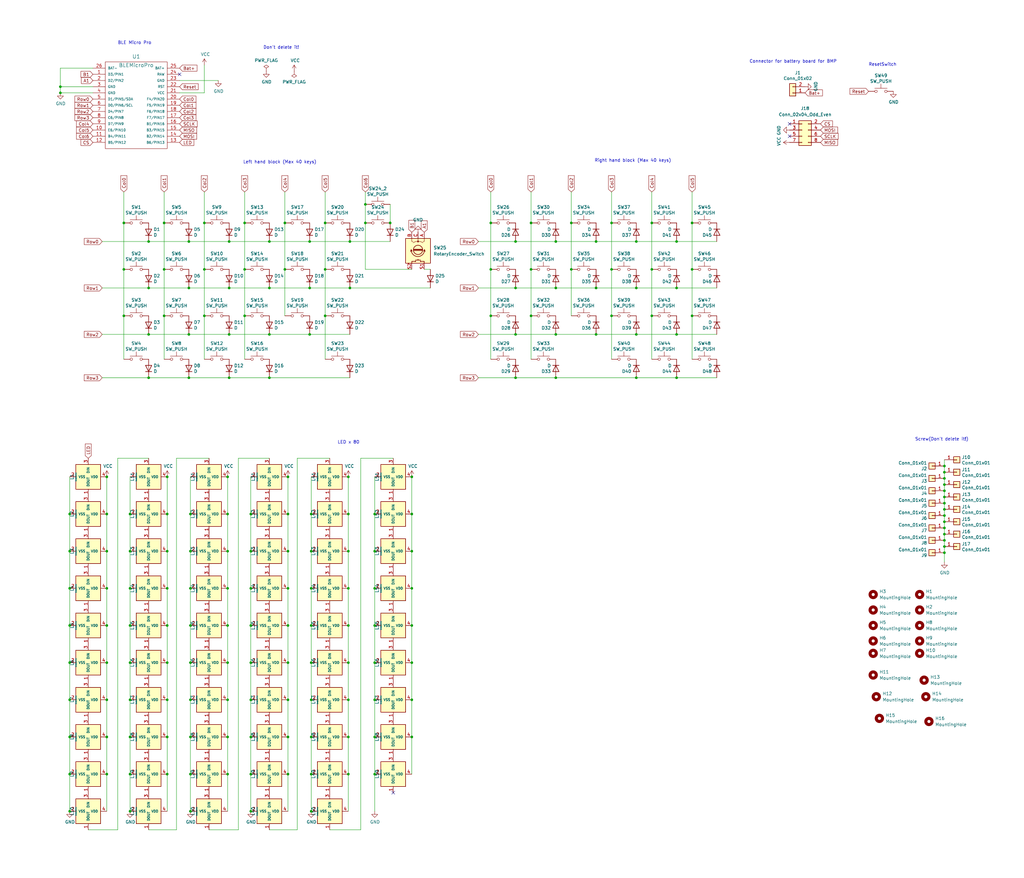
<source format=kicad_sch>
(kicad_sch (version 20211123) (generator eeschema)
  (paper "User" 419.989 360.045)
  (junction (at 127 99.06))
  (junction (at 153.67 287.02))
  (junction (at 43.815 241.3))
  (junction (at 387.35 203.835))
  (junction (at 127.635 302.26))
  (junction (at 68.58 256.54))
  (junction (at 102.87 317.5))
  (junction (at 168.91 256.54))
  (junction (at 387.35 196.215))
  (junction (at 78.105 210.82))
  (junction (at 93.345 226.06))
  (junction (at 127.635 332.74))
  (junction (at 277.495 118.11))
  (junction (at 387.35 191.135))
  (junction (at 43.815 287.02))
  (junction (at 116.84 110.49))
  (junction (at 142.875 226.06))
  (junction (at 260.985 137.16))
  (junction (at 133.35 110.49))
  (junction (at 168.91 226.06))
  (junction (at 28.575 256.54))
  (junction (at 277.495 137.16))
  (junction (at 283.845 129.54))
  (junction (at 127.635 317.5))
  (junction (at 116.84 91.44))
  (junction (at 68.58 317.5))
  (junction (at 201.295 110.49))
  (junction (at 28.575 302.26))
  (junction (at 142.875 195.58))
  (junction (at 67.31 110.49))
  (junction (at 387.35 208.915))
  (junction (at 53.34 287.02))
  (junction (at 110.49 137.16))
  (junction (at 387.35 221.615))
  (junction (at 68.58 210.82))
  (junction (at 227.965 118.11))
  (junction (at 78.105 271.78))
  (junction (at 127.635 210.82))
  (junction (at 93.345 302.26))
  (junction (at 118.11 210.82))
  (junction (at 28.575 332.74))
  (junction (at 67.31 91.44))
  (junction (at 118.11 226.06))
  (junction (at 28.575 271.78))
  (junction (at 387.35 198.755))
  (junction (at 78.105 256.54))
  (junction (at 118.11 302.26))
  (junction (at 77.47 118.11))
  (junction (at 93.345 256.54))
  (junction (at 43.815 317.5))
  (junction (at 110.49 154.94))
  (junction (at 53.34 317.5))
  (junction (at 260.985 154.94))
  (junction (at 142.875 256.54))
  (junction (at 149.86 83.82))
  (junction (at 387.35 213.995))
  (junction (at 102.87 226.06))
  (junction (at 78.105 287.02))
  (junction (at 83.82 129.54))
  (junction (at 153.67 241.3))
  (junction (at 93.345 241.3))
  (junction (at 217.805 110.49))
  (junction (at 227.965 137.16))
  (junction (at 127.635 287.02))
  (junction (at 93.345 287.02))
  (junction (at 234.315 91.44))
  (junction (at 100.33 110.49))
  (junction (at 93.98 137.16))
  (junction (at 102.87 256.54))
  (junction (at 143.51 118.11))
  (junction (at 153.67 210.82))
  (junction (at 250.825 91.44))
  (junction (at 68.58 271.78))
  (junction (at 118.11 195.58))
  (junction (at 50.8 110.49))
  (junction (at 133.35 91.44))
  (junction (at 60.96 137.16))
  (junction (at 127 137.16))
  (junction (at 153.67 271.78))
  (junction (at 250.825 129.54))
  (junction (at 127 118.11))
  (junction (at 211.455 137.16))
  (junction (at 118.11 241.3))
  (junction (at 387.35 226.695))
  (junction (at 250.825 110.49))
  (junction (at 53.34 302.26))
  (junction (at 24.765 35.56))
  (junction (at 277.495 99.06))
  (junction (at 127.635 226.06))
  (junction (at 260.985 118.11))
  (junction (at 68.58 241.3))
  (junction (at 93.345 271.78))
  (junction (at 102.87 302.26))
  (junction (at 78.105 302.26))
  (junction (at 201.295 129.54))
  (junction (at 102.87 287.02))
  (junction (at 93.98 99.06))
  (junction (at 53.34 210.82))
  (junction (at 68.58 302.26))
  (junction (at 267.335 129.54))
  (junction (at 168.91 210.82))
  (junction (at 43.815 256.54))
  (junction (at 168.91 271.78))
  (junction (at 127.635 271.78))
  (junction (at 28.575 226.06))
  (junction (at 142.875 210.82))
  (junction (at 227.965 99.06))
  (junction (at 43.815 195.58))
  (junction (at 142.875 241.3))
  (junction (at 77.47 154.94))
  (junction (at 283.845 110.49))
  (junction (at 83.82 91.44))
  (junction (at 387.35 211.455))
  (junction (at 201.295 91.44))
  (junction (at 24.765 38.1))
  (junction (at 93.345 210.82))
  (junction (at 28.575 241.3))
  (junction (at 102.87 241.3))
  (junction (at 127.635 256.54))
  (junction (at 50.8 129.54))
  (junction (at 78.105 317.5))
  (junction (at 387.35 219.075))
  (junction (at 142.875 302.26))
  (junction (at 60.96 118.11))
  (junction (at 118.11 287.02))
  (junction (at 43.815 226.06))
  (junction (at 142.875 317.5))
  (junction (at 100.33 129.54))
  (junction (at 387.35 206.375))
  (junction (at 234.315 110.49))
  (junction (at 78.105 241.3))
  (junction (at 244.475 99.06))
  (junction (at 110.49 99.06))
  (junction (at 153.67 256.54))
  (junction (at 387.35 216.535))
  (junction (at 227.965 154.94))
  (junction (at 102.87 332.74))
  (junction (at 260.985 99.06))
  (junction (at 168.91 195.58))
  (junction (at 127.635 241.3))
  (junction (at 68.58 195.58))
  (junction (at 78.105 332.74))
  (junction (at 168.91 287.02))
  (junction (at 149.86 91.44))
  (junction (at 93.98 118.11))
  (junction (at 60.96 154.94))
  (junction (at 67.31 129.54))
  (junction (at 60.96 99.06))
  (junction (at 211.455 99.06))
  (junction (at 43.815 271.78))
  (junction (at 244.475 118.11))
  (junction (at 102.87 271.78))
  (junction (at 118.11 317.5))
  (junction (at 110.49 118.11))
  (junction (at 93.98 154.94))
  (junction (at 283.845 91.44))
  (junction (at 153.67 226.06))
  (junction (at 133.35 129.54))
  (junction (at 53.34 256.54))
  (junction (at 77.47 137.16))
  (junction (at 277.495 154.94))
  (junction (at 142.875 287.02))
  (junction (at 28.575 287.02))
  (junction (at 153.67 302.26))
  (junction (at 153.67 317.5))
  (junction (at 77.47 99.06))
  (junction (at 387.35 201.295))
  (junction (at 118.11 256.54))
  (junction (at 78.105 226.06))
  (junction (at 168.91 241.3))
  (junction (at 28.575 317.5))
  (junction (at 143.51 99.06))
  (junction (at 28.575 210.82))
  (junction (at 118.11 271.78))
  (junction (at 102.87 210.82))
  (junction (at 68.58 287.02))
  (junction (at 160.02 91.44))
  (junction (at 217.805 91.44))
  (junction (at 50.8 91.44))
  (junction (at 211.455 154.94))
  (junction (at 43.815 302.26))
  (junction (at 387.35 224.155))
  (junction (at 142.875 271.78))
  (junction (at 83.82 110.49))
  (junction (at 93.345 195.58))
  (junction (at 43.815 210.82))
  (junction (at 93.345 317.5))
  (junction (at 217.805 129.54))
  (junction (at 244.475 137.16))
  (junction (at 53.34 241.3))
  (junction (at 68.58 226.06))
  (junction (at 211.455 118.11))
  (junction (at 53.34 226.06))
  (junction (at 168.91 302.26))
  (junction (at 267.335 91.44))
  (junction (at 100.33 91.44))
  (junction (at 53.34 332.74))
  (junction (at 53.34 271.78))
  (junction (at 267.335 110.49))
  (junction (at 387.35 193.675))
  (no_connect (at 323.85 50.8))
  (no_connect (at 323.85 55.88))
  (no_connect (at 161.29 325.12))
  (no_connect (at 73.66 30.48))
  (wire (pts (xy 43.815 271.78) (xy 43.815 287.02)))
  (wire (pts (xy 387.35 196.215) (xy 387.35 198.755)))
  (wire (pts (xy 97.79 340.36) (xy 97.79 187.96)))
  (wire (pts (xy 60.96 137.16) (xy 77.47 137.16)))
  (wire (pts (xy 217.805 91.44) (xy 217.805 110.49)))
  (wire (pts (xy 78.105 195.58) (xy 78.105 210.82)))
  (wire (pts (xy 267.335 110.49) (xy 267.335 129.54)))
  (wire (pts (xy 93.345 210.82) (xy 93.345 226.06)))
  (wire (pts (xy 43.815 195.58) (xy 43.815 210.82)))
  (wire (pts (xy 142.875 256.54) (xy 142.875 271.78)))
  (wire (pts (xy 147.955 340.36) (xy 147.955 187.96)))
  (wire (pts (xy 149.86 110.49) (xy 168.91 110.49)))
  (wire (pts (xy 102.87 210.82) (xy 102.87 226.06)))
  (wire (pts (xy 28.575 256.54) (xy 28.575 271.78)))
  (wire (pts (xy 78.105 226.06) (xy 78.105 241.3)))
  (wire (pts (xy 168.91 271.78) (xy 168.91 287.02)))
  (wire (pts (xy 67.31 110.49) (xy 67.31 129.54)))
  (wire (pts (xy 78.105 271.78) (xy 78.105 287.02)))
  (wire (pts (xy 121.92 187.96) (xy 135.255 187.96)))
  (wire (pts (xy 142.875 195.58) (xy 142.875 210.82)))
  (wire (pts (xy 102.87 317.5) (xy 102.87 332.74)))
  (wire (pts (xy 93.345 302.26) (xy 93.345 317.5)))
  (wire (pts (xy 118.11 241.3) (xy 118.11 256.54)))
  (wire (pts (xy 121.92 340.36) (xy 121.92 187.96)))
  (wire (pts (xy 67.31 78.74) (xy 67.31 91.44)))
  (wire (pts (xy 24.765 35.56) (xy 24.765 38.1)))
  (wire (pts (xy 53.34 195.58) (xy 53.34 210.82)))
  (wire (pts (xy 153.67 256.54) (xy 153.67 271.78)))
  (wire (pts (xy 77.47 99.06) (xy 93.98 99.06)))
  (wire (pts (xy 78.105 210.82) (xy 78.105 226.06)))
  (wire (pts (xy 196.215 137.16) (xy 211.455 137.16)))
  (wire (pts (xy 250.825 78.74) (xy 250.825 91.44)))
  (wire (pts (xy 133.35 78.74) (xy 133.35 91.44)))
  (wire (pts (xy 227.965 99.06) (xy 244.475 99.06)))
  (wire (pts (xy 234.315 110.49) (xy 234.315 129.54)))
  (wire (pts (xy 43.815 256.54) (xy 43.815 271.78)))
  (wire (pts (xy 135.255 340.36) (xy 147.955 340.36)))
  (wire (pts (xy 53.34 226.06) (xy 53.34 241.3)))
  (wire (pts (xy 149.86 83.82) (xy 149.86 91.44)))
  (wire (pts (xy 68.58 317.5) (xy 68.58 332.74)))
  (wire (pts (xy 387.35 221.615) (xy 387.35 224.155)))
  (wire (pts (xy 127.635 241.3) (xy 127.635 256.54)))
  (wire (pts (xy 201.295 110.49) (xy 201.295 129.54)))
  (wire (pts (xy 267.335 129.54) (xy 267.335 147.32)))
  (wire (pts (xy 173.99 110.49) (xy 176.53 110.49)))
  (wire (pts (xy 142.875 210.82) (xy 142.875 226.06)))
  (wire (pts (xy 234.315 91.44) (xy 234.315 110.49)))
  (wire (pts (xy 50.8 78.74) (xy 50.8 91.44)))
  (wire (pts (xy 118.11 271.78) (xy 118.11 287.02)))
  (wire (pts (xy 387.35 201.295) (xy 387.35 203.835)))
  (wire (pts (xy 60.96 118.11) (xy 41.91 118.11)))
  (wire (pts (xy 38.1 27.94) (xy 24.765 27.94)))
  (wire (pts (xy 153.67 210.82) (xy 153.67 226.06)))
  (wire (pts (xy 78.105 241.3) (xy 78.105 256.54)))
  (wire (pts (xy 127.635 302.26) (xy 127.635 317.5)))
  (wire (pts (xy 387.35 191.135) (xy 387.35 193.675)))
  (wire (pts (xy 153.67 302.26) (xy 153.67 317.5)))
  (wire (pts (xy 53.34 210.82) (xy 53.34 226.06)))
  (wire (pts (xy 28.575 195.58) (xy 28.575 210.82)))
  (wire (pts (xy 53.34 241.3) (xy 53.34 256.54)))
  (wire (pts (xy 60.96 340.36) (xy 72.39 340.36)))
  (wire (pts (xy 72.39 187.96) (xy 85.725 187.96)))
  (wire (pts (xy 227.965 154.94) (xy 260.985 154.94)))
  (wire (pts (xy 153.67 287.02) (xy 153.67 302.26)))
  (wire (pts (xy 53.34 302.26) (xy 53.34 317.5)))
  (wire (pts (xy 142.875 241.3) (xy 142.875 256.54)))
  (wire (pts (xy 68.58 195.58) (xy 68.58 210.82)))
  (wire (pts (xy 93.345 226.06) (xy 93.345 241.3)))
  (wire (pts (xy 43.815 210.82) (xy 43.815 226.06)))
  (wire (pts (xy 267.335 91.44) (xy 267.335 110.49)))
  (wire (pts (xy 97.79 187.96) (xy 110.49 187.96)))
  (wire (pts (xy 277.495 99.06) (xy 294.005 99.06)))
  (wire (pts (xy 93.345 195.58) (xy 93.345 210.82)))
  (wire (pts (xy 244.475 99.06) (xy 260.985 99.06)))
  (wire (pts (xy 160.02 83.82) (xy 160.02 91.44)))
  (wire (pts (xy 118.11 256.54) (xy 118.11 271.78)))
  (wire (pts (xy 250.825 91.44) (xy 250.825 110.49)))
  (wire (pts (xy 50.8 110.49) (xy 50.8 129.54)))
  (wire (pts (xy 217.805 129.54) (xy 217.805 147.32)))
  (wire (pts (xy 127.635 210.82) (xy 127.635 226.06)))
  (wire (pts (xy 244.475 118.11) (xy 260.985 118.11)))
  (wire (pts (xy 260.985 99.06) (xy 277.495 99.06)))
  (wire (pts (xy 260.985 137.16) (xy 277.495 137.16)))
  (wire (pts (xy 118.11 317.5) (xy 118.11 332.74)))
  (wire (pts (xy 127.635 226.06) (xy 127.635 241.3)))
  (wire (pts (xy 387.35 211.455) (xy 387.35 213.995)))
  (wire (pts (xy 93.345 256.54) (xy 93.345 271.78)))
  (wire (pts (xy 60.96 99.06) (xy 77.47 99.06)))
  (wire (pts (xy 142.875 302.26) (xy 142.875 317.5)))
  (wire (pts (xy 83.82 110.49) (xy 83.82 129.54)))
  (wire (pts (xy 48.26 340.36) (xy 48.26 187.96)))
  (wire (pts (xy 28.575 317.5) (xy 28.575 332.74)))
  (wire (pts (xy 153.67 271.78) (xy 153.67 287.02)))
  (wire (pts (xy 53.34 271.78) (xy 53.34 287.02)))
  (wire (pts (xy 168.91 210.82) (xy 168.91 226.06)))
  (wire (pts (xy 227.965 137.16) (xy 244.475 137.16)))
  (wire (pts (xy 102.87 271.78) (xy 102.87 287.02)))
  (wire (pts (xy 36.195 340.36) (xy 48.26 340.36)))
  (wire (pts (xy 127.635 317.5) (xy 127.635 332.74)))
  (wire (pts (xy 142.875 287.02) (xy 142.875 302.26)))
  (wire (pts (xy 168.91 302.26) (xy 168.91 317.5)))
  (wire (pts (xy 93.98 99.06) (xy 110.49 99.06)))
  (wire (pts (xy 267.335 78.74) (xy 267.335 91.44)))
  (wire (pts (xy 387.35 219.075) (xy 387.35 221.615)))
  (wire (pts (xy 60.96 154.94) (xy 77.47 154.94)))
  (wire (pts (xy 118.11 287.02) (xy 118.11 302.26)))
  (wire (pts (xy 127.635 256.54) (xy 127.635 271.78)))
  (wire (pts (xy 85.725 340.36) (xy 97.79 340.36)))
  (wire (pts (xy 227.965 118.11) (xy 244.475 118.11)))
  (wire (pts (xy 127 118.11) (xy 143.51 118.11)))
  (wire (pts (xy 100.33 91.44) (xy 100.33 110.49)))
  (wire (pts (xy 387.35 206.375) (xy 387.35 208.915)))
  (wire (pts (xy 110.49 154.94) (xy 143.51 154.94)))
  (wire (pts (xy 100.33 129.54) (xy 100.33 147.32)))
  (wire (pts (xy 53.34 256.54) (xy 53.34 271.78)))
  (wire (pts (xy 102.87 302.26) (xy 102.87 317.5)))
  (wire (pts (xy 116.84 110.49) (xy 116.84 129.54)))
  (wire (pts (xy 196.215 118.11) (xy 211.455 118.11)))
  (wire (pts (xy 387.35 208.915) (xy 387.35 211.455)))
  (wire (pts (xy 217.805 110.49) (xy 217.805 129.54)))
  (wire (pts (xy 50.8 91.44) (xy 50.8 110.49)))
  (wire (pts (xy 133.35 129.54) (xy 133.35 147.32)))
  (wire (pts (xy 67.31 91.44) (xy 67.31 110.49)))
  (wire (pts (xy 110.49 118.11) (xy 127 118.11)))
  (wire (pts (xy 73.66 38.1) (xy 83.82 38.1)))
  (wire (pts (xy 196.215 154.94) (xy 211.455 154.94)))
  (wire (pts (xy 50.8 129.54) (xy 50.8 147.32)))
  (wire (pts (xy 168.91 226.06) (xy 168.91 241.3)))
  (wire (pts (xy 168.91 256.54) (xy 168.91 271.78)))
  (wire (pts (xy 28.575 271.78) (xy 28.575 287.02)))
  (wire (pts (xy 78.105 302.26) (xy 78.105 317.5)))
  (wire (pts (xy 142.875 226.06) (xy 142.875 241.3)))
  (wire (pts (xy 38.1 38.1) (xy 24.765 38.1)))
  (wire (pts (xy 127.635 195.58) (xy 127.635 210.82)))
  (wire (pts (xy 93.345 287.02) (xy 93.345 302.26)))
  (wire (pts (xy 153.67 195.58) (xy 153.67 210.82)))
  (wire (pts (xy 387.35 188.595) (xy 387.35 191.135)))
  (wire (pts (xy 110.49 137.16) (xy 127 137.16)))
  (wire (pts (xy 277.495 137.16) (xy 294.005 137.16)))
  (wire (pts (xy 77.47 154.94) (xy 93.98 154.94)))
  (wire (pts (xy 53.34 287.02) (xy 53.34 302.26)))
  (wire (pts (xy 83.82 129.54) (xy 83.82 147.32)))
  (wire (pts (xy 201.295 129.54) (xy 201.295 147.32)))
  (wire (pts (xy 143.51 99.06) (xy 160.02 99.06)))
  (wire (pts (xy 60.96 118.11) (xy 77.47 118.11)))
  (wire (pts (xy 67.31 129.54) (xy 67.31 147.32)))
  (wire (pts (xy 93.98 154.94) (xy 110.49 154.94)))
  (wire (pts (xy 201.295 91.44) (xy 201.295 110.49)))
  (wire (pts (xy 387.35 193.675) (xy 387.35 196.215)))
  (wire (pts (xy 28.575 241.3) (xy 28.575 256.54)))
  (wire (pts (xy 260.985 118.11) (xy 277.495 118.11)))
  (wire (pts (xy 217.805 78.74) (xy 217.805 91.44)))
  (wire (pts (xy 102.87 226.06) (xy 102.87 241.3)))
  (wire (pts (xy 28.575 226.06) (xy 28.575 241.3)))
  (wire (pts (xy 168.91 195.58) (xy 168.91 210.82)))
  (wire (pts (xy 142.875 271.78) (xy 142.875 287.02)))
  (wire (pts (xy 43.815 302.26) (xy 43.815 317.5)))
  (wire (pts (xy 133.35 110.49) (xy 133.35 129.54)))
  (wire (pts (xy 277.495 118.11) (xy 294.005 118.11)))
  (wire (pts (xy 48.26 187.96) (xy 60.96 187.96)))
  (wire (pts (xy 93.98 137.16) (xy 110.49 137.16)))
  (wire (pts (xy 147.955 187.96) (xy 161.29 187.96)))
  (wire (pts (xy 83.82 78.74) (xy 83.82 91.44)))
  (wire (pts (xy 118.11 210.82) (xy 118.11 226.06)))
  (wire (pts (xy 387.35 224.155) (xy 387.35 226.695)))
  (wire (pts (xy 78.105 256.54) (xy 78.105 271.78)))
  (wire (pts (xy 250.825 110.49) (xy 250.825 129.54)))
  (wire (pts (xy 53.34 317.5) (xy 53.34 332.74)))
  (wire (pts (xy 93.345 317.5) (xy 93.345 332.74)))
  (wire (pts (xy 387.35 226.695) (xy 387.35 230.505)))
  (wire (pts (xy 168.91 241.3) (xy 168.91 256.54)))
  (wire (pts (xy 196.215 99.06) (xy 211.455 99.06)))
  (wire (pts (xy 149.86 78.74) (xy 149.86 83.82)))
  (wire (pts (xy 102.87 195.58) (xy 102.87 210.82)))
  (wire (pts (xy 68.58 271.78) (xy 68.58 287.02)))
  (wire (pts (xy 102.87 241.3) (xy 102.87 256.54)))
  (wire (pts (xy 277.495 154.94) (xy 294.005 154.94)))
  (wire (pts (xy 127.635 271.78) (xy 127.635 287.02)))
  (wire (pts (xy 38.1 35.56) (xy 24.765 35.56)))
  (wire (pts (xy 102.87 287.02) (xy 102.87 302.26)))
  (wire (pts (xy 387.35 216.535) (xy 387.35 219.075)))
  (wire (pts (xy 60.96 99.06) (xy 41.91 99.06)))
  (wire (pts (xy 93.98 118.11) (xy 110.49 118.11)))
  (wire (pts (xy 68.58 226.06) (xy 68.58 241.3)))
  (wire (pts (xy 127 99.06) (xy 143.51 99.06)))
  (wire (pts (xy 60.96 137.16) (xy 41.91 137.16)))
  (wire (pts (xy 28.575 210.82) (xy 28.575 226.06)))
  (wire (pts (xy 28.575 302.26) (xy 28.575 317.5)))
  (wire (pts (xy 43.815 317.5) (xy 43.815 332.74)))
  (wire (pts (xy 24.765 27.94) (xy 24.765 35.56)))
  (wire (pts (xy 234.315 78.74) (xy 234.315 91.44)))
  (wire (pts (xy 60.96 154.94) (xy 41.91 154.94)))
  (wire (pts (xy 283.845 110.49) (xy 283.845 129.54)))
  (wire (pts (xy 283.845 129.54) (xy 283.845 147.32)))
  (wire (pts (xy 77.47 137.16) (xy 93.98 137.16)))
  (wire (pts (xy 89.535 33.02) (xy 73.66 33.02)))
  (wire (pts (xy 68.58 287.02) (xy 68.58 302.26)))
  (wire (pts (xy 93.345 271.78) (xy 93.345 287.02)))
  (wire (pts (xy 133.35 91.44) (xy 133.35 110.49)))
  (wire (pts (xy 168.91 287.02) (xy 168.91 302.26)))
  (wire (pts (xy 68.58 302.26) (xy 68.58 317.5)))
  (wire (pts (xy 83.82 38.1) (xy 83.82 26.67)))
  (wire (pts (xy 211.455 137.16) (xy 227.965 137.16)))
  (wire (pts (xy 142.875 317.5) (xy 142.875 332.74)))
  (wire (pts (xy 110.49 99.06) (xy 127 99.06)))
  (wire (pts (xy 118.11 302.26) (xy 118.11 317.5)))
  (wire (pts (xy 244.475 137.16) (xy 260.985 137.16)))
  (wire (pts (xy 43.815 226.06) (xy 43.815 241.3)))
  (wire (pts (xy 118.11 195.58) (xy 118.11 210.82)))
  (wire (pts (xy 387.35 198.755) (xy 387.35 201.295)))
  (wire (pts (xy 127.635 287.02) (xy 127.635 302.26)))
  (wire (pts (xy 211.455 99.06) (xy 227.965 99.06)))
  (wire (pts (xy 153.67 226.06) (xy 153.67 241.3)))
  (wire (pts (xy 260.985 154.94) (xy 277.495 154.94)))
  (wire (pts (xy 83.82 91.44) (xy 83.82 110.49)))
  (wire (pts (xy 100.33 78.74) (xy 100.33 91.44)))
  (wire (pts (xy 28.575 287.02) (xy 28.575 302.26)))
  (wire (pts (xy 77.47 118.11) (xy 93.98 118.11)))
  (wire (pts (xy 211.455 118.11) (xy 227.965 118.11)))
  (wire (pts (xy 201.295 78.74) (xy 201.295 91.44)))
  (wire (pts (xy 68.58 256.54) (xy 68.58 271.78)))
  (wire (pts (xy 116.84 78.74) (xy 116.84 91.44)))
  (wire (pts (xy 100.33 110.49) (xy 100.33 129.54)))
  (wire (pts (xy 78.105 317.5) (xy 78.105 332.74)))
  (wire (pts (xy 68.58 210.82) (xy 68.58 226.06)))
  (wire (pts (xy 72.39 340.36) (xy 72.39 187.96)))
  (wire (pts (xy 250.825 129.54) (xy 250.825 147.32)))
  (wire (pts (xy 127 137.16) (xy 143.51 137.16)))
  (wire (pts (xy 143.51 118.11) (xy 176.53 118.11)))
  (wire (pts (xy 116.84 91.44) (xy 116.84 110.49)))
  (wire (pts (xy 387.35 213.995) (xy 387.35 216.535)))
  (wire (pts (xy 110.49 340.36) (xy 121.92 340.36)))
  (wire (pts (xy 68.58 241.3) (xy 68.58 256.54)))
  (wire (pts (xy 387.35 203.835) (xy 387.35 206.375)))
  (wire (pts (xy 211.455 154.94) (xy 227.965 154.94)))
  (wire (pts (xy 93.345 241.3) (xy 93.345 256.54)))
  (wire (pts (xy 43.815 287.02) (xy 43.815 302.26)))
  (wire (pts (xy 153.67 241.3) (xy 153.67 256.54)))
  (wire (pts (xy 283.845 78.74) (xy 283.845 91.44)))
  (wire (pts (xy 118.11 226.06) (xy 118.11 241.3)))
  (wire (pts (xy 43.815 241.3) (xy 43.815 256.54)))
  (wire (pts (xy 102.87 256.54) (xy 102.87 271.78)))
  (wire (pts (xy 149.86 91.44) (xy 149.86 110.49)))
  (wire (pts (xy 283.845 91.44) (xy 283.845 110.49)))
  (wire (pts (xy 153.67 317.5) (xy 153.67 332.74)))
  (wire (pts (xy 78.105 287.02) (xy 78.105 302.26)))
  (text "BLE Micro Pro" (at 48.26 18.415 0) (effects (font (size 1.27 1.27)) (justify left bottom)))
  (text "Right hand block (Max 40 keys)" (at 243.84 66.675 0) (effects (font (size 1.27 1.27)) (justify left bottom)))
  (text "Don't delete it!" (at 107.95 20.32 0) (effects (font (size 1.27 1.27)) (justify left bottom)))
  (text "Screw(Don't delete it!)" (at 375.285 180.975 0) (effects (font (size 1.27 1.27)) (justify left bottom)))
  (text "LED x 80" (at 138.43 182.245 0) (effects (font (size 1.27 1.27)) (justify left bottom)))
  (text "Left hand block (Max 40 keys)" (at 99.695 67.31 0) (effects (font (size 1.27 1.27)) (justify left bottom)))
  (text "Connector for battery board for BMP" (at 307.34 26.035 0) (effects (font (size 1.27 1.27)) (justify left bottom)))
  (text "ResetSwitch" (at 356.235 27.305 0) (effects (font (size 1.27 1.27)) (justify left bottom)))
  (global_label "Row0" (shape input) (at 196.215 99.06 180) (property "シート間のリファレンス" "${INTERSHEET_REFS}" (effects hide)))
  (global_label "B1" (shape input) (at 38.1 30.48 180) (property "シート間のリファレンス" "${INTERSHEET_REFS}" (effects hide)))
  (global_label "MOSI" (shape input) (at 336.55 53.34 0) (property "シート間のリファレンス" "${INTERSHEET_REFS}" (effects hide)))
  (global_label "Col1" (shape input) (at 217.805 78.74 90) (property "シート間のリファレンス" "${INTERSHEET_REFS}" (effects hide)))
  (global_label "Reset" (shape input) (at 73.66 35.56 0) (property "シート間のリファレンス" "${INTERSHEET_REFS}" (effects hide)))
  (global_label "Row0" (shape input) (at 41.91 99.06 180) (property "シート間のリファレンス" "${INTERSHEET_REFS}" (effects hide)))
  (global_label "Row0" (shape input) (at 38.1 40.64 180) (property "シート間のリファレンス" "${INTERSHEET_REFS}" (effects hide)))
  (global_label "Col5" (shape input) (at 38.1 53.34 180) (property "シート間のリファレンス" "${INTERSHEET_REFS}" (effects hide)))
  (global_label "Col4" (shape input) (at 38.1 50.8 180) (property "シート間のリファレンス" "${INTERSHEET_REFS}" (effects hide)))
  (global_label "Row3" (shape input) (at 38.1 48.26 180) (property "シート間のリファレンス" "${INTERSHEET_REFS}" (effects hide)))
  (global_label "Col2" (shape input) (at 73.66 45.72 0) (property "シート間のリファレンス" "${INTERSHEET_REFS}" (effects hide)))
  (global_label "Row2" (shape input) (at 41.91 137.16 180) (property "シート間のリファレンス" "${INTERSHEET_REFS}" (effects hide)))
  (global_label "Bat+" (shape input) (at 330.2 38.1 0) (property "シート間のリファレンス" "${INTERSHEET_REFS}" (effects hide)))
  (global_label "Row3" (shape input) (at 196.215 154.94 180) (property "シート間のリファレンス" "${INTERSHEET_REFS}" (effects hide)))
  (global_label "LED" (shape input) (at 73.66 58.42 0) (property "シート間のリファレンス" "${INTERSHEET_REFS}" (effects hide)))
  (global_label "MOSI" (shape input) (at 73.66 55.88 0) (property "シート間のリファレンス" "${INTERSHEET_REFS}" (effects hide)))
  (global_label "Row1" (shape input) (at 196.215 118.11 180) (property "シート間のリファレンス" "${INTERSHEET_REFS}" (effects hide)))
  (global_label "Col4" (shape input) (at 116.84 78.74 90) (property "シート間のリファレンス" "${INTERSHEET_REFS}" (effects hide)))
  (global_label "Col5" (shape input) (at 133.35 78.74 90) (property "シート間のリファレンス" "${INTERSHEET_REFS}" (effects hide)))
  (global_label "Reset" (shape input) (at 356.235 37.465 180) (property "シート間のリファレンス" "${INTERSHEET_REFS}" (effects hide)))
  (global_label "Bat+" (shape input) (at 73.66 27.94 0) (property "シート間のリファレンス" "${INTERSHEET_REFS}" (effects hide)))
  (global_label "Row1" (shape input) (at 41.91 118.11 180) (property "シート間のリファレンス" "${INTERSHEET_REFS}" (effects hide)))
  (global_label "B1" (shape input) (at 168.91 95.25 90) (property "シート間のリファレンス" "${INTERSHEET_REFS}" (effects hide)))
  (global_label "Col6" (shape input) (at 38.1 55.88 180) (property "シート間のリファレンス" "${INTERSHEET_REFS}" (effects hide)))
  (global_label "A1" (shape input) (at 38.1 33.02 180) (property "シート間のリファレンス" "${INTERSHEET_REFS}" (effects hide)))
  (global_label "MISO" (shape input) (at 336.55 58.42 0) (property "シート間のリファレンス" "${INTERSHEET_REFS}" (effects hide)))
  (global_label "Col3" (shape input) (at 250.825 78.74 90) (property "シート間のリファレンス" "${INTERSHEET_REFS}" (effects hide)))
  (global_label "Col0" (shape input) (at 201.295 78.74 90) (property "シート間のリファレンス" "${INTERSHEET_REFS}" (effects hide)))
  (global_label "Row2" (shape input) (at 38.1 45.72 180) (property "シート間のリファレンス" "${INTERSHEET_REFS}" (effects hide)))
  (global_label "Col0" (shape input) (at 73.66 40.64 0) (property "シート間のリファレンス" "${INTERSHEET_REFS}" (effects hide)))
  (global_label "SCLK" (shape input) (at 73.66 50.8 0) (property "シート間のリファレンス" "${INTERSHEET_REFS}" (effects hide)))
  (global_label "SCLK" (shape input) (at 336.55 55.88 0) (property "シート間のリファレンス" "${INTERSHEET_REFS}" (effects hide)))
  (global_label "Col5" (shape input) (at 283.845 78.74 90) (property "シート間のリファレンス" "${INTERSHEET_REFS}" (effects hide)))
  (global_label "CS" (shape input) (at 336.55 50.8 0) (property "シート間のリファレンス" "${INTERSHEET_REFS}" (effects hide)))
  (global_label "Col2" (shape input) (at 234.315 78.74 90) (property "シート間のリファレンス" "${INTERSHEET_REFS}" (effects hide)))
  (global_label "Col3" (shape input) (at 100.33 78.74 90) (property "シート間のリファレンス" "${INTERSHEET_REFS}" (effects hide)))
  (global_label "Row3" (shape input) (at 41.91 154.94 180) (property "シート間のリファレンス" "${INTERSHEET_REFS}" (effects hide)))
  (global_label "Col3" (shape input) (at 73.66 48.26 0) (property "シート間のリファレンス" "${INTERSHEET_REFS}" (effects hide)))
  (global_label "Col0" (shape input) (at 50.8 78.74 90) (property "シート間のリファレンス" "${INTERSHEET_REFS}" (effects hide)))
  (global_label "MISO" (shape input) (at 73.66 53.34 0) (property "シート間のリファレンス" "${INTERSHEET_REFS}" (effects hide)))
  (global_label "A1" (shape input) (at 173.99 95.25 90) (property "シート間のリファレンス" "${INTERSHEET_REFS}" (effects hide)))
  (global_label "Col1" (shape input) (at 67.31 78.74 90) (property "シート間のリファレンス" "${INTERSHEET_REFS}" (effects hide)))
  (global_label "LED" (shape input) (at 36.195 187.96 90) (property "シート間のリファレンス" "${INTERSHEET_REFS}" (effects hide)))
  (global_label "Row2" (shape input) (at 196.215 137.16 180) (property "シート間のリファレンス" "${INTERSHEET_REFS}" (effects hide)))
  (global_label "Col1" (shape input) (at 73.66 43.18 0) (property "シート間のリファレンス" "${INTERSHEET_REFS}" (effects hide)))
  (global_label "Col4" (shape input) (at 267.335 78.74 90) (property "シート間のリファレンス" "${INTERSHEET_REFS}" (effects hide)))
  (global_label "Col2" (shape input) (at 83.82 78.74 90) (property "シート間のリファレンス" "${INTERSHEET_REFS}" (effects hide)))
  (global_label "Col6" (shape input) (at 149.86 78.74 90) (property "シート間のリファレンス" "${INTERSHEET_REFS}" (effects hide)))
  (global_label "Row1" (shape input) (at 38.1 43.18 180) (property "シート間のリファレンス" "${INTERSHEET_REFS}" (effects hide)))
  (global_label "CS" (shape input) (at 38.1 58.42 180) (property "シート間のリファレンス" "${INTERSHEET_REFS}" (effects hide)))
  (symbol (lib_id "power:PWR_FLAG") (at 109.22 29.21 0) (unit 1)
    (property "Reference" "#FLG01" (effects hide))
    (property "Value" "PWR_FLAG" (at 109.22 24.7904 0))
  )
  (symbol (lib_id "power:PWR_FLAG") (at 120.65 29.21 180) (unit 1)
    (property "Reference" "#FLG02" (effects hide))
    (property "Value" "PWR_FLAG" (at 120.65 33.6042 0))
  )
  (symbol (lib_id "power:GND") (at 109.22 29.21 0) (unit 1)
    (property "Reference" "#PWR010" (effects hide))
    (property "Value" "GND" (at 109.347 33.6042 0))
  )
  (symbol (lib_id "power:VCC") (at 120.65 29.21 0) (unit 1)
    (property "Reference" "#PWR012" (effects hide))
    (property "Value" "VCC" (at 121.0818 24.8158 0))
  )
  (symbol (lib_id "Salicylic_kbd:Micon_BLEMicroPro") (at 55.88 49.53 0) (unit 1)
    (property "Reference" "U1" (at 55.88 23.1902 0) (effects (font (size 1.524 1.524))))
    (property "Value" "BLEMicroPro" (at 55.88 25.8826 0) (effects (font (size 1.524 1.524)) (justify top)))
    (property "Footprint" "kbd_Parts:Micon_BMP_GL" (effects hide))
  )
  (symbol (lib_id "power:GND") (at 89.535 33.02 0) (unit 1)
    (property "Reference" "#PWR08" (effects hide))
    (property "Value" "GND" (at 89.662 37.4142 0))
  )
  (symbol (lib_id "power:VCC") (at 83.82 26.67 0) (unit 1)
    (property "Reference" "#PWR06" (effects hide))
    (property "Value" "VCC" (at 84.2518 22.2758 0))
  )
  (symbol (lib_id "power:GND") (at 24.765 38.1 0) (unit 1)
    (property "Reference" "#PWR01" (effects hide))
    (property "Value" "GND" (at 24.892 42.4942 0))
  )
  (symbol (lib_id "Switch:SW_Push") (at 72.39 91.44 0) (unit 1)
    (property "Reference" "SW5" (at 72.39 84.963 0))
    (property "Value" "SW_PUSH" (at 72.39 87.2744 0))
    (property "Footprint" "kbd_SW:CherryMX_Hotswap_1.0u" (effects hide))
  )
  (symbol (lib_id "Switch:SW_Push") (at 55.88 91.44 0) (unit 1)
    (property "Reference" "SW1" (at 55.88 84.963 0))
    (property "Value" "SW_PUSH" (at 55.88 87.2744 0))
    (property "Footprint" "kbd_SW:CherryMX_Hotswap_1.0u" (effects hide))
  )
  (symbol (lib_id "Switch:SW_Push") (at 55.88 110.49 0) (unit 1)
    (property "Reference" "SW2" (at 55.88 104.013 0))
    (property "Value" "SW_PUSH" (at 55.88 106.3244 0))
    (property "Footprint" "kbd_SW:CherryMX_Hotswap_1.25u" (effects hide))
  )
  (symbol (lib_id "Switch:SW_Push") (at 72.39 110.49 0) (unit 1)
    (property "Reference" "SW6" (at 72.39 104.013 0))
    (property "Value" "SW_PUSH" (at 72.39 106.3244 0))
    (property "Footprint" "kbd_SW:CherryMX_Hotswap_1.0u" (effects hide))
  )
  (symbol (lib_id "Device:D") (at 60.96 95.25 90) (unit 1)
    (property "Reference" "D1" (at 62.9666 94.0816 90) (effects (justify right)))
    (property "Value" "D" (at 62.9666 96.393 90) (effects (justify right)))
    (property "Footprint" "kbd_Parts:Diode_TH_SMD" (effects hide))
  )
  (symbol (lib_id "Device:D") (at 77.47 95.25 90) (unit 1)
    (property "Reference" "D5" (at 79.4766 94.0816 90) (effects (justify right)))
    (property "Value" "D" (at 79.4766 96.393 90) (effects (justify right)))
    (property "Footprint" "kbd_Parts:Diode_TH_SMD" (effects hide))
  )
  (symbol (lib_id "Device:D") (at 77.47 114.3 90) (unit 1)
    (property "Reference" "D6" (at 79.4766 113.1316 90) (effects (justify right)))
    (property "Value" "D" (at 79.4766 115.443 90) (effects (justify right)))
    (property "Footprint" "kbd_Parts:Diode_TH_SMD" (effects hide))
  )
  (symbol (lib_id "Device:D") (at 60.96 114.3 90) (unit 1)
    (property "Reference" "D2" (at 62.9666 113.1316 90) (effects (justify right)))
    (property "Value" "D" (at 62.9666 115.443 90) (effects (justify right)))
    (property "Footprint" "kbd_Parts:Diode_TH_SMD" (effects hide))
  )
  (symbol (lib_id "Switch:SW_Push") (at 361.315 37.465 0) (unit 1)
    (property "Reference" "SW49" (at 361.315 30.988 0))
    (property "Value" "SW_PUSH" (at 361.315 33.2994 0))
    (property "Footprint" "kbd_Parts:ResetSW" (effects hide))
  )
  (symbol (lib_id "power:GND") (at 366.395 37.465 0) (unit 1)
    (property "Reference" "#PWR024" (effects hide))
    (property "Value" "GND" (at 366.522 41.8592 0))
  )
  (symbol (lib_id "Switch:SW_Push") (at 105.41 91.44 0) (unit 1)
    (property "Reference" "SW13" (at 105.41 84.963 0))
    (property "Value" "SW_PUSH" (at 105.41 87.2744 0))
    (property "Footprint" "kbd_SW:CherryMX_Hotswap_1.0u" (effects hide))
  )
  (symbol (lib_id "Switch:SW_Push") (at 121.92 91.44 0) (unit 1)
    (property "Reference" "SW17" (at 121.92 84.963 0))
    (property "Value" "SW_PUSH" (at 121.92 87.2744 0))
    (property "Footprint" "kbd_SW:CherryMX_Hotswap_1.0u" (effects hide))
  )
  (symbol (lib_id "Switch:SW_Push") (at 138.43 91.44 0) (unit 1)
    (property "Reference" "SW20" (at 138.43 84.963 0))
    (property "Value" "SW_PUSH" (at 138.43 87.2744 0))
    (property "Footprint" "kbd_SW:CherryMX_Hotswap_1.0u" (effects hide))
  )
  (symbol (lib_id "Switch:SW_Push") (at 88.9 91.44 0) (unit 1)
    (property "Reference" "SW9" (at 88.9 84.963 0))
    (property "Value" "SW_PUSH" (at 88.9 87.2744 0))
    (property "Footprint" "kbd_SW:CherryMX_Hotswap_1.0u" (effects hide))
  )
  (symbol (lib_id "Switch:SW_Push") (at 105.41 129.54 0) (unit 1)
    (property "Reference" "SW15" (at 105.41 123.063 0))
    (property "Value" "SW_PUSH" (at 105.41 125.3744 0))
    (property "Footprint" "kbd_SW:CherryMX_Hotswap_1.0u" (effects hide))
  )
  (symbol (lib_id "Switch:SW_Push") (at 105.41 110.49 0) (unit 1)
    (property "Reference" "SW14" (at 105.41 104.013 0))
    (property "Value" "SW_PUSH" (at 105.41 106.3244 0))
    (property "Footprint" "kbd_SW:CherryMX_Hotswap_1.0u" (effects hide))
  )
  (symbol (lib_id "Switch:SW_Push") (at 121.92 110.49 0) (unit 1)
    (property "Reference" "SW18" (at 121.92 104.013 0))
    (property "Value" "SW_PUSH" (at 121.92 106.3244 0))
    (property "Footprint" "kbd_SW:CherryMX_Hotswap_1.0u" (effects hide))
  )
  (symbol (lib_id "Switch:SW_Push") (at 138.43 110.49 0) (unit 1)
    (property "Reference" "SW21" (at 138.43 104.013 0))
    (property "Value" "SW_PUSH" (at 138.43 106.3244 0))
    (property "Footprint" "kbd_SW:CherryMX_Hotswap_1.0u" (effects hide))
  )
  (symbol (lib_id "Switch:SW_Push") (at 88.9 110.49 0) (unit 1)
    (property "Reference" "SW10" (at 88.9 104.013 0))
    (property "Value" "SW_PUSH" (at 88.9 106.3244 0))
    (property "Footprint" "kbd_SW:CherryMX_Hotswap_1.0u" (effects hide))
  )
  (symbol (lib_id "Switch:SW_Push") (at 55.88 129.54 0) (unit 1)
    (property "Reference" "SW3" (at 55.88 123.063 0))
    (property "Value" "SW_PUSH" (at 55.88 125.3744 0))
    (property "Footprint" "kbd_SW:CherryMX_Hotswap_1.75u" (effects hide))
  )
  (symbol (lib_id "Switch:SW_Push") (at 55.88 147.32 0) (unit 1)
    (property "Reference" "SW4" (at 55.88 140.843 0))
    (property "Value" "SW_PUSH" (at 55.88 143.1544 0))
    (property "Footprint" "kbd_SW:CherryMX_Hotswap_1.0u" (effects hide))
  )
  (symbol (lib_id "Switch:SW_Push") (at 72.39 129.54 0) (unit 1)
    (property "Reference" "SW7" (at 72.39 123.063 0))
    (property "Value" "SW_PUSH" (at 72.39 125.3744 0))
    (property "Footprint" "kbd_SW:CherryMX_Hotswap_1.0u" (effects hide))
  )
  (symbol (lib_id "Switch:SW_Push") (at 72.39 147.32 0) (unit 1)
    (property "Reference" "SW8" (at 72.39 140.843 0))
    (property "Value" "SW_PUSH" (at 72.39 143.1544 0))
    (property "Footprint" "kbd_SW:CherryMX_Hotswap_1.0u" (effects hide))
  )
  (symbol (lib_id "Switch:SW_Push") (at 88.9 129.54 0) (unit 1)
    (property "Reference" "SW11" (at 88.9 123.063 0))
    (property "Value" "SW_PUSH" (at 88.9 125.3744 0))
    (property "Footprint" "kbd_SW:CherryMX_Hotswap_1.0u" (effects hide))
  )
  (symbol (lib_id "Switch:SW_Push") (at 105.41 147.32 0) (unit 1)
    (property "Reference" "SW16" (at 105.41 140.843 0))
    (property "Value" "SW_PUSH" (at 105.41 143.1544 0))
    (property "Footprint" "kbd_SW:CherryMX_Hotswap_2u" (effects hide))
  )
  (symbol (lib_id "Switch:SW_Push") (at 138.43 147.32 0) (unit 1)
    (property "Reference" "SW23" (at 138.43 140.843 0))
    (property "Value" "SW_PUSH" (at 138.43 143.1544 0))
    (property "Footprint" "kbd_SW:CherryMX_Hotswap_1.0u" (effects hide))
  )
  (symbol (lib_id "Switch:SW_Push") (at 121.92 129.54 0) (unit 1)
    (property "Reference" "SW19" (at 121.92 123.063 0))
    (property "Value" "SW_PUSH" (at 121.92 125.3744 0))
    (property "Footprint" "kbd_SW:CherryMX_Hotswap_1.0u" (effects hide))
  )
  (symbol (lib_id "Switch:SW_Push") (at 138.43 129.54 0) (unit 1)
    (property "Reference" "SW22" (at 138.43 123.063 0))
    (property "Value" "SW_PUSH" (at 138.43 125.3744 0))
    (property "Footprint" "kbd_SW:CherryMX_Hotswap_1.0u" (effects hide))
  )
  (symbol (lib_id "Device:D") (at 93.98 95.25 90) (unit 1)
    (property "Reference" "D9" (at 95.9866 94.0816 90) (effects (justify right)))
    (property "Value" "D" (at 95.9866 96.393 90) (effects (justify right)))
    (property "Footprint" "kbd_Parts:Diode_TH_SMD" (effects hide))
  )
  (symbol (lib_id "Device:D") (at 110.49 95.25 90) (unit 1)
    (property "Reference" "D13" (at 112.4966 94.0816 90) (effects (justify right)))
    (property "Value" "D" (at 112.4966 96.393 90) (effects (justify right)))
    (property "Footprint" "kbd_Parts:Diode_TH_SMD" (effects hide))
  )
  (symbol (lib_id "Device:D") (at 127 95.25 90) (unit 1)
    (property "Reference" "D17" (at 129.0066 94.0816 90) (effects (justify right)))
    (property "Value" "D" (at 129.0066 96.393 90) (effects (justify right)))
    (property "Footprint" "kbd_Parts:Diode_TH_SMD" (effects hide))
  )
  (symbol (lib_id "Device:D") (at 143.51 95.25 90) (unit 1)
    (property "Reference" "D20" (at 145.5166 94.0816 90) (effects (justify right)))
    (property "Value" "D" (at 145.5166 96.393 90) (effects (justify right)))
    (property "Footprint" "kbd_Parts:Diode_TH_SMD" (effects hide))
  )
  (symbol (lib_id "Device:D") (at 143.51 114.3 90) (unit 1)
    (property "Reference" "D21" (at 145.5166 113.1316 90) (effects (justify right)))
    (property "Value" "D" (at 145.5166 115.443 90) (effects (justify right)))
    (property "Footprint" "kbd_Parts:Diode_TH_SMD" (effects hide))
  )
  (symbol (lib_id "Device:D") (at 143.51 133.35 90) (unit 1)
    (property "Reference" "D22" (at 145.5166 132.1816 90) (effects (justify right)))
    (property "Value" "D" (at 145.5166 134.493 90) (effects (justify right)))
    (property "Footprint" "kbd_Parts:Diode_TH_SMD" (effects hide))
  )
  (symbol (lib_id "Device:D") (at 143.51 151.13 90) (unit 1)
    (property "Reference" "D23" (at 145.5166 149.9616 90) (effects (justify right)))
    (property "Value" "D" (at 145.5166 152.273 90) (effects (justify right)))
    (property "Footprint" "kbd_Parts:Diode_TH_SMD" (effects hide))
  )
  (symbol (lib_id "Device:D") (at 127 133.35 90) (unit 1)
    (property "Reference" "D19" (at 129.0066 132.1816 90) (effects (justify right)))
    (property "Value" "D" (at 129.0066 134.493 90) (effects (justify right)))
    (property "Footprint" "kbd_Parts:Diode_TH_SMD" (effects hide))
  )
  (symbol (lib_id "Device:D") (at 127 114.3 90) (unit 1)
    (property "Reference" "D18" (at 129.0066 113.1316 90) (effects (justify right)))
    (property "Value" "D" (at 129.0066 115.443 90) (effects (justify right)))
    (property "Footprint" "kbd_Parts:Diode_TH_SMD" (effects hide))
  )
  (symbol (lib_id "Device:D") (at 110.49 114.3 90) (unit 1)
    (property "Reference" "D14" (at 112.4966 113.1316 90) (effects (justify right)))
    (property "Value" "D" (at 112.4966 115.443 90) (effects (justify right)))
    (property "Footprint" "kbd_Parts:Diode_TH_SMD" (effects hide))
  )
  (symbol (lib_id "Device:D") (at 93.98 114.3 90) (unit 1)
    (property "Reference" "D10" (at 95.9866 113.1316 90) (effects (justify right)))
    (property "Value" "D" (at 95.9866 115.443 90) (effects (justify right)))
    (property "Footprint" "kbd_Parts:Diode_TH_SMD" (effects hide))
  )
  (symbol (lib_id "Device:D") (at 93.98 133.35 90) (unit 1)
    (property "Reference" "D11" (at 95.9866 132.1816 90) (effects (justify right)))
    (property "Value" "D" (at 95.9866 134.493 90) (effects (justify right)))
    (property "Footprint" "kbd_Parts:Diode_TH_SMD" (effects hide))
  )
  (symbol (lib_id "Device:D") (at 110.49 133.35 90) (unit 1)
    (property "Reference" "D15" (at 112.4966 132.1816 90) (effects (justify right)))
    (property "Value" "D" (at 112.4966 134.493 90) (effects (justify right)))
    (property "Footprint" "kbd_Parts:Diode_TH_SMD" (effects hide))
  )
  (symbol (lib_id "Device:D") (at 110.49 151.13 90) (unit 1)
    (property "Reference" "D16" (at 112.4966 149.9616 90) (effects (justify right)))
    (property "Value" "D" (at 112.4966 152.273 90) (effects (justify right)))
    (property "Footprint" "kbd_Parts:Diode_TH_SMD" (effects hide))
  )
  (symbol (lib_id "Device:D") (at 77.47 151.13 90) (unit 1)
    (property "Reference" "D8" (at 79.4766 149.9616 90) (effects (justify right)))
    (property "Value" "D" (at 79.4766 152.273 90) (effects (justify right)))
    (property "Footprint" "kbd_Parts:Diode_TH_SMD" (effects hide))
  )
  (symbol (lib_id "Device:D") (at 77.47 133.35 90) (unit 1)
    (property "Reference" "D7" (at 79.4766 132.1816 90) (effects (justify right)))
    (property "Value" "D" (at 79.4766 134.493 90) (effects (justify right)))
    (property "Footprint" "kbd_Parts:Diode_TH_SMD" (effects hide))
  )
  (symbol (lib_id "Device:D") (at 60.96 133.35 90) (unit 1)
    (property "Reference" "D3" (at 62.9666 132.1816 90) (effects (justify right)))
    (property "Value" "D" (at 62.9666 134.493 90) (effects (justify right)))
    (property "Footprint" "kbd_Parts:Diode_TH_SMD" (effects hide))
  )
  (symbol (lib_id "Device:D") (at 60.96 151.13 90) (unit 1)
    (property "Reference" "D4" (at 62.9666 149.9616 90) (effects (justify right)))
    (property "Value" "D" (at 62.9666 152.273 90) (effects (justify right)))
    (property "Footprint" "kbd_Parts:Diode_TH_SMD" (effects hide))
  )
  (symbol (lib_id "Salicylic_kbd:LED_SK6812MINI-E") (at 36.195 195.58 270) (unit 1)
    (property "Reference" "L1" (at 29.5402 195.58 0) (effects (font (size 1.2954 1.2954))))
    (property "Value" "SK6812MINI" (at 31.1912 195.58 0) (effects (font (size 0.4064 0.4064))))
    (property "Footprint" "kbd_Parts:LED_SK6812MINI-E_BL" (effects hide))
  )
  (symbol (lib_id "Salicylic_kbd:LED_SK6812MINI-E") (at 36.195 210.82 270) (unit 1)
    (property "Reference" "L2" (at 29.5402 210.82 0) (effects (font (size 1.2954 1.2954))))
    (property "Value" "SK6812MINI" (at 31.1912 210.82 0) (effects (font (size 0.4064 0.4064))))
    (property "Footprint" "kbd_Parts:LED_SK6812MINI-E_BL" (effects hide))
  )
  (symbol (lib_id "power:VCC") (at 43.815 195.58 0) (unit 1)
    (property "Reference" "#PWR03" (effects hide))
    (property "Value" "VCC" (at 44.2468 191.1858 0))
  )
  (symbol (lib_id "power:GND") (at 28.575 332.74 0) (unit 1)
    (property "Reference" "#PWR02" (effects hide))
    (property "Value" "GND" (at 28.702 337.1342 0))
  )
  (symbol (lib_id "power:GND") (at 330.2 35.56 90) (unit 1)
    (property "Reference" "#PWR023" (effects hide))
    (property "Value" "GND" (at 334.5942 35.433 0))
  )
  (symbol (lib_id "Salicylic_kbd:LED_SK6812MINI-E") (at 36.195 226.06 270) (unit 1)
    (property "Reference" "L3" (at 29.5402 226.06 0) (effects (font (size 1.2954 1.2954))))
    (property "Value" "SK6812MINI" (at 31.1912 226.06 0) (effects (font (size 0.4064 0.4064))))
    (property "Footprint" "kbd_Parts:LED_SK6812MINI-E_BL" (effects hide))
  )
  (symbol (lib_id "Salicylic_kbd:LED_SK6812MINI-E") (at 36.195 241.3 270) (unit 1)
    (property "Reference" "L4" (at 29.5402 241.3 0) (effects (font (size 1.2954 1.2954))))
    (property "Value" "SK6812MINI" (at 31.1912 241.3 0) (effects (font (size 0.4064 0.4064))))
    (property "Footprint" "kbd_Parts:LED_SK6812MINI-E_BL" (effects hide))
  )
  (symbol (lib_id "Salicylic_kbd:LED_SK6812MINI-E") (at 36.195 256.54 270) (unit 1)
    (property "Reference" "L5" (at 29.5402 256.54 0) (effects (font (size 1.2954 1.2954))))
    (property "Value" "SK6812MINI" (at 31.1912 256.54 0) (effects (font (size 0.4064 0.4064))))
    (property "Footprint" "kbd_Parts:LED_SK6812MINI-E_BL" (effects hide))
  )
  (symbol (lib_id "Salicylic_kbd:LED_SK6812MINI-E") (at 36.195 271.78 270) (unit 1)
    (property "Reference" "L6" (at 29.5402 271.78 0) (effects (font (size 1.2954 1.2954))))
    (property "Value" "SK6812MINI" (at 31.1912 271.78 0) (effects (font (size 0.4064 0.4064))))
    (property "Footprint" "kbd_Parts:LED_SK6812MINI-E_BL" (effects hide))
  )
  (symbol (lib_id "Connector_Generic:Conn_01x01") (at 392.43 208.915 0) (unit 1)
    (property "Reference" "J14" (at 394.462 207.8482 0) (effects (justify left)))
    (property "Value" "Conn_01x01" (at 394.462 210.1596 0) (effects (justify left)))
    (property "Footprint" "kbd_Hole:m2_Screw_Hole_Fab" (effects hide))
  )
  (symbol (lib_id "Connector_Generic:Conn_01x01") (at 382.27 211.455 180) (unit 1)
    (property "Reference" "J6" (at 380.238 212.5218 0) (effects (justify left)))
    (property "Value" "Conn_01x01" (at 380.238 210.2104 0) (effects (justify left)))
    (property "Footprint" "kbd_Hole:m2_Screw_Hole_EdgeCuts" (effects hide))
  )
  (symbol (lib_id "power:GND") (at 387.35 230.505 0) (unit 1)
    (property "Reference" "#PWR025" (effects hide))
    (property "Value" "GND" (at 387.477 234.8992 0))
  )
  (symbol (lib_id "Connector_Generic:Conn_01x01") (at 392.43 213.995 0) (unit 1)
    (property "Reference" "J15" (at 394.462 212.9282 0) (effects (justify left)))
    (property "Value" "Conn_01x01" (at 394.462 215.2396 0) (effects (justify left)))
    (property "Footprint" "kbd_Hole:m2_Screw_Hole_Fab" (effects hide))
  )
  (symbol (lib_id "Connector_Generic:Conn_01x01") (at 382.27 216.535 180) (unit 1)
    (property "Reference" "J7" (at 380.238 217.6018 0) (effects (justify left)))
    (property "Value" "Conn_01x01" (at 380.238 215.2904 0) (effects (justify left)))
    (property "Footprint" "kbd_Hole:m2_Screw_Hole_EdgeCuts" (effects hide))
  )
  (symbol (lib_id "Device:D") (at 93.98 151.13 90) (unit 1)
    (property "Reference" "D12" (at 95.9866 149.9616 90) (effects (justify right)))
    (property "Value" "D" (at 95.9866 152.273 90) (effects (justify right)))
    (property "Footprint" "kbd_Parts:Diode_TH_SMD" (effects hide))
  )
  (symbol (lib_id "Switch:SW_Push") (at 88.9 147.32 0) (unit 1)
    (property "Reference" "SW12" (at 88.9 140.843 0))
    (property "Value" "SW_PUSH" (at 88.9 143.1544 0))
    (property "Footprint" "kbd_SW:CherryMX_Hotswap_1.0u" (effects hide))
  )
  (symbol (lib_id "Salicylic_kbd:LED_SK6812MINI-E") (at 36.195 287.02 270) (unit 1)
    (property "Reference" "L7" (at 29.5402 287.02 0) (effects (font (size 1.2954 1.2954))))
    (property "Value" "SK6812MINI" (at 31.1912 287.02 0) (effects (font (size 0.4064 0.4064))))
    (property "Footprint" "kbd_Parts:LED_SK6812MINI-E_BL" (effects hide))
  )
  (symbol (lib_id "Salicylic_kbd:LED_SK6812MINI-E") (at 36.195 302.26 270) (unit 1)
    (property "Reference" "L8" (at 29.5402 302.26 0) (effects (font (size 1.2954 1.2954))))
    (property "Value" "SK6812MINI" (at 31.1912 302.26 0) (effects (font (size 0.4064 0.4064))))
    (property "Footprint" "kbd_Parts:LED_SK6812MINI-E_BL" (effects hide))
  )
  (symbol (lib_id "Salicylic_kbd:LED_SK6812MINI-E") (at 36.195 317.5 270) (unit 1)
    (property "Reference" "L9" (at 29.5402 317.5 0) (effects (font (size 1.2954 1.2954))))
    (property "Value" "SK6812MINI" (at 31.1912 317.5 0) (effects (font (size 0.4064 0.4064))))
    (property "Footprint" "kbd_Parts:LED_SK6812MINI-E_BL" (effects hide))
  )
  (symbol (lib_id "Salicylic_kbd:LED_SK6812MINI-E") (at 36.195 332.74 270) (unit 1)
    (property "Reference" "L10" (at 29.5402 332.74 0) (effects (font (size 1.2954 1.2954))))
    (property "Value" "SK6812MINI" (at 31.1912 332.74 0) (effects (font (size 0.4064 0.4064))))
    (property "Footprint" "kbd_Parts:LED_SK6812MINI-E_BL" (effects hide))
  )
  (symbol (lib_id "Connector_Generic:Conn_01x02") (at 325.12 38.1 180) (unit 1)
    (property "Reference" "J1" (at 327.2028 29.845 0))
    (property "Value" "Conn_01x02" (at 327.2028 32.1564 0))
    (property "Footprint" "kbd_Parts:Battery_XH2.5_GL_PCB" (effects hide))
  )
  (symbol (lib_id "Switch:SW_Push") (at 154.94 91.44 0) (unit 1)
    (property "Reference" "SW24" (at 154.94 84.963 0))
    (property "Value" "SW_PUSH" (at 154.94 87.2744 0))
    (property "Footprint" "kbd_SW:CherryMX_Hotswap_1.0u" (effects hide))
  )
  (symbol (lib_id "Device:D") (at 176.53 114.3 90) (unit 1)
    (property "Reference" "D25" (at 178.5366 113.1316 90) (effects (justify right)))
    (property "Value" "D" (at 178.5366 115.443 90) (effects (justify right)))
    (property "Footprint" "kbd_Parts:Diode_TH_SMD" (effects hide))
  )
  (symbol (lib_id "Device:D") (at 160.02 95.25 90) (unit 1)
    (property "Reference" "D24" (at 162.0266 94.0816 90) (effects (justify right)))
    (property "Value" "D" (at 162.0266 96.393 90) (effects (justify right)))
    (property "Footprint" "kbd_Parts:Diode_TH_SMD" (effects hide))
  )
  (symbol (lib_id "Device:D") (at 211.455 95.25 270) (unit 1)
    (property "Reference" "D26" (at 209.4484 96.4184 90) (effects (justify right)))
    (property "Value" "D" (at 209.4484 94.107 90) (effects (justify right)))
    (property "Footprint" "kbd_Parts:Diode_TH_SMD" (effects hide))
  )
  (symbol (lib_id "Device:D") (at 211.455 114.3 270) (unit 1)
    (property "Reference" "D27" (at 209.4484 115.4684 90) (effects (justify right)))
    (property "Value" "D" (at 209.4484 113.157 90) (effects (justify right)))
    (property "Footprint" "kbd_Parts:Diode_TH_SMD" (effects hide))
  )
  (symbol (lib_id "Device:D") (at 211.455 133.35 270) (unit 1)
    (property "Reference" "D28" (at 209.4484 134.5184 90) (effects (justify right)))
    (property "Value" "D" (at 209.4484 132.207 90) (effects (justify right)))
    (property "Footprint" "kbd_Parts:Diode_TH_SMD" (effects hide))
  )
  (symbol (lib_id "Device:D") (at 211.455 151.13 270) (unit 1)
    (property "Reference" "D29" (at 209.4484 152.2984 90) (effects (justify right)))
    (property "Value" "D" (at 209.4484 149.987 90) (effects (justify right)))
    (property "Footprint" "kbd_Parts:Diode_TH_SMD" (effects hide))
  )
  (symbol (lib_id "Switch:SW_Push") (at 206.375 147.32 0) (unit 1)
    (property "Reference" "SW29" (at 206.375 140.843 0))
    (property "Value" "SW_PUSH" (at 206.375 143.1544 0))
    (property "Footprint" "kbd_SW:CherryMX_Hotswap_1.0u" (effects hide))
  )
  (symbol (lib_id "Switch:SW_Push") (at 206.375 129.54 0) (unit 1)
    (property "Reference" "SW28" (at 206.375 123.063 0))
    (property "Value" "SW_PUSH" (at 206.375 125.3744 0))
    (property "Footprint" "kbd_SW:CherryMX_Hotswap_1.0u" (effects hide))
  )
  (symbol (lib_id "Switch:SW_Push") (at 206.375 110.49 0) (unit 1)
    (property "Reference" "SW27" (at 206.375 104.013 0))
    (property "Value" "SW_PUSH" (at 206.375 106.3244 0))
    (property "Footprint" "kbd_SW:CherryMX_Hotswap_1.0u" (effects hide))
  )
  (symbol (lib_id "Switch:SW_Push") (at 206.375 91.44 0) (unit 1)
    (property "Reference" "SW26" (at 206.375 84.963 0))
    (property "Value" "SW_PUSH" (at 206.375 87.2744 0))
    (property "Footprint" "kbd_SW:CherryMX_Hotswap_1.0u" (effects hide))
  )
  (symbol (lib_id "Switch:SW_Push") (at 239.395 91.44 0) (unit 1)
    (property "Reference" "SW34" (at 239.395 84.963 0))
    (property "Value" "SW_PUSH" (at 239.395 87.2744 0))
    (property "Footprint" "kbd_SW:CherryMX_Hotswap_1.0u" (effects hide))
  )
  (symbol (lib_id "Switch:SW_Push") (at 239.395 110.49 0) (unit 1)
    (property "Reference" "SW35" (at 239.395 104.013 0))
    (property "Value" "SW_PUSH" (at 239.395 106.3244 0))
    (property "Footprint" "kbd_SW:CherryMX_Hotswap_1.0u" (effects hide))
  )
  (symbol (lib_id "Switch:SW_Push") (at 239.395 129.54 0) (unit 1)
    (property "Reference" "SW36" (at 239.395 123.063 0))
    (property "Value" "SW_PUSH" (at 239.395 125.3744 0))
    (property "Footprint" "kbd_SW:CherryMX_Hotswap_1.0u" (effects hide))
  )
  (symbol (lib_id "Switch:SW_Push") (at 222.885 147.32 0) (unit 1)
    (property "Reference" "SW33" (at 222.885 140.843 0))
    (property "Value" "SW_PUSH" (at 222.885 143.1544 0))
    (property "Footprint" "kbd_SW:CherryMX_Hotswap_2u" (effects hide))
  )
  (symbol (lib_id "Switch:SW_Push") (at 222.885 129.54 0) (unit 1)
    (property "Reference" "SW32" (at 222.885 123.063 0))
    (property "Value" "SW_PUSH" (at 222.885 125.3744 0))
    (property "Footprint" "kbd_SW:CherryMX_Hotswap_1.0u" (effects hide))
  )
  (symbol (lib_id "Switch:SW_Push") (at 222.885 110.49 0) (unit 1)
    (property "Reference" "SW31" (at 222.885 104.013 0))
    (property "Value" "SW_PUSH" (at 222.885 106.3244 0))
    (property "Footprint" "kbd_SW:CherryMX_Hotswap_1.0u" (effects hide))
  )
  (symbol (lib_id "Switch:SW_Push") (at 222.885 91.44 0) (unit 1)
    (property "Reference" "SW30" (at 222.885 84.963 0))
    (property "Value" "SW_PUSH" (at 222.885 87.2744 0))
    (property "Footprint" "kbd_SW:CherryMX_Hotswap_1.0u" (effects hide))
  )
  (symbol (lib_id "Switch:SW_Push") (at 272.415 91.44 0) (unit 1)
    (property "Reference" "SW41" (at 272.415 84.963 0))
    (property "Value" "SW_PUSH" (at 272.415 87.2744 0))
    (property "Footprint" "kbd_SW:CherryMX_Hotswap_1.0u" (effects hide))
  )
  (symbol (lib_id "Switch:SW_Push") (at 272.415 110.49 0) (unit 1)
    (property "Reference" "SW42" (at 272.415 104.013 0))
    (property "Value" "SW_PUSH" (at 272.415 106.3244 0))
    (property "Footprint" "kbd_SW:CherryMX_Hotswap_1.0u" (effects hide))
  )
  (symbol (lib_id "Switch:SW_Push") (at 272.415 129.54 0) (unit 1)
    (property "Reference" "SW43" (at 272.415 123.063 0))
    (property "Value" "SW_PUSH" (at 272.415 125.3744 0))
    (property "Footprint" "kbd_SW:CherryMX_Hotswap_1.0u" (effects hide))
  )
  (symbol (lib_id "Switch:SW_Push") (at 272.415 147.32 0) (unit 1)
    (property "Reference" "SW44" (at 272.415 140.843 0))
    (property "Value" "SW_PUSH" (at 272.415 143.1544 0))
    (property "Footprint" "kbd_SW:CherryMX_Hotswap_1.0u" (effects hide))
  )
  (symbol (lib_id "Switch:SW_Push") (at 255.905 147.32 0) (unit 1)
    (property "Reference" "SW40" (at 255.905 140.843 0))
    (property "Value" "SW_PUSH" (at 255.905 143.1544 0))
    (property "Footprint" "kbd_SW:CherryMX_Hotswap_1.0u" (effects hide))
  )
  (symbol (lib_id "Switch:SW_Push") (at 255.905 129.54 0) (unit 1)
    (property "Reference" "SW39" (at 255.905 123.063 0))
    (property "Value" "SW_PUSH" (at 255.905 125.3744 0))
    (property "Footprint" "kbd_SW:CherryMX_Hotswap_1.0u" (effects hide))
  )
  (symbol (lib_id "Switch:SW_Push") (at 255.905 110.49 0) (unit 1)
    (property "Reference" "SW38" (at 255.905 104.013 0))
    (property "Value" "SW_PUSH" (at 255.905 106.3244 0))
    (property "Footprint" "kbd_SW:CherryMX_Hotswap_1.0u" (effects hide))
  )
  (symbol (lib_id "Switch:SW_Push") (at 255.905 91.44 0) (unit 1)
    (property "Reference" "SW37" (at 255.905 84.963 0))
    (property "Value" "SW_PUSH" (at 255.905 87.2744 0))
    (property "Footprint" "kbd_SW:CherryMX_Hotswap_1.0u" (effects hide))
  )
  (symbol (lib_id "Switch:SW_Push") (at 288.925 147.32 0) (unit 1)
    (property "Reference" "SW48" (at 288.925 140.843 0))
    (property "Value" "SW_PUSH" (at 288.925 143.1544 0))
    (property "Footprint" "kbd_SW:CherryMX_Hotswap_1.0u" (effects hide))
  )
  (symbol (lib_id "Switch:SW_Push") (at 288.925 129.54 0) (unit 1)
    (property "Reference" "SW47" (at 288.925 123.063 0))
    (property "Value" "SW_PUSH" (at 288.925 125.3744 0))
    (property "Footprint" "kbd_SW:CherryMX_Hotswap_1.0u" (effects hide))
  )
  (symbol (lib_id "Switch:SW_Push") (at 288.925 110.49 0) (unit 1)
    (property "Reference" "SW46" (at 288.925 104.013 0))
    (property "Value" "SW_PUSH" (at 288.925 106.3244 0))
    (property "Footprint" "kbd_SW:CherryMX_Hotswap_1.0u" (effects hide))
  )
  (symbol (lib_id "Switch:SW_Push") (at 288.925 91.44 0) (unit 1)
    (property "Reference" "SW45" (at 288.925 84.963 0))
    (property "Value" "SW_PUSH" (at 288.925 87.2744 0))
    (property "Footprint" "kbd_SW:CherryMX_Hotswap_1.5u" (effects hide))
  )
  (symbol (lib_id "Device:D") (at 227.965 133.35 270) (unit 1)
    (property "Reference" "D32" (at 225.9584 134.5184 90) (effects (justify right)))
    (property "Value" "D" (at 225.9584 132.207 90) (effects (justify right)))
    (property "Footprint" "kbd_Parts:Diode_TH_SMD" (effects hide))
  )
  (symbol (lib_id "Device:D") (at 227.965 151.13 270) (unit 1)
    (property "Reference" "D33" (at 225.9584 152.2984 90) (effects (justify right)))
    (property "Value" "D" (at 225.9584 149.987 90) (effects (justify right)))
    (property "Footprint" "kbd_Parts:Diode_TH_SMD" (effects hide))
  )
  (symbol (lib_id "Device:D") (at 260.985 151.13 270) (unit 1)
    (property "Reference" "D40" (at 258.9784 152.2984 90) (effects (justify right)))
    (property "Value" "D" (at 258.9784 149.987 90) (effects (justify right)))
    (property "Footprint" "kbd_Parts:Diode_TH_SMD" (effects hide))
  )
  (symbol (lib_id "Device:D") (at 260.985 133.35 270) (unit 1)
    (property "Reference" "D39" (at 258.9784 134.5184 90) (effects (justify right)))
    (property "Value" "D" (at 258.9784 132.207 90) (effects (justify right)))
    (property "Footprint" "kbd_Parts:Diode_TH_SMD" (effects hide))
  )
  (symbol (lib_id "Device:D") (at 244.475 133.35 270) (unit 1)
    (property "Reference" "D36" (at 242.4684 134.5184 90) (effects (justify right)))
    (property "Value" "D" (at 242.4684 132.207 90) (effects (justify right)))
    (property "Footprint" "kbd_Parts:Diode_TH_SMD" (effects hide))
  )
  (symbol (lib_id "Device:D") (at 244.475 114.3 270) (unit 1)
    (property "Reference" "D35" (at 242.4684 115.4684 90) (effects (justify right)))
    (property "Value" "D" (at 242.4684 113.157 90) (effects (justify right)))
    (property "Footprint" "kbd_Parts:Diode_TH_SMD" (effects hide))
  )
  (symbol (lib_id "Device:D") (at 260.985 114.3 270) (unit 1)
    (property "Reference" "D38" (at 258.9784 115.4684 90) (effects (justify right)))
    (property "Value" "D" (at 258.9784 113.157 90) (effects (justify right)))
    (property "Footprint" "kbd_Parts:Diode_TH_SMD" (effects hide))
  )
  (symbol (lib_id "Device:D") (at 277.495 114.3 270) (unit 1)
    (property "Reference" "D42" (at 275.4884 115.4684 90) (effects (justify right)))
    (property "Value" "D" (at 275.4884 113.157 90) (effects (justify right)))
    (property "Footprint" "kbd_Parts:Diode_TH_SMD" (effects hide))
  )
  (symbol (lib_id "Device:D") (at 277.495 133.35 270) (unit 1)
    (property "Reference" "D43" (at 275.4884 134.5184 90) (effects (justify right)))
    (property "Value" "D" (at 275.4884 132.207 90) (effects (justify right)))
    (property "Footprint" "kbd_Parts:Diode_TH_SMD" (effects hide))
  )
  (symbol (lib_id "Device:D") (at 277.495 151.13 270) (unit 1)
    (property "Reference" "D44" (at 275.4884 152.2984 90) (effects (justify right)))
    (property "Value" "D" (at 275.4884 149.987 90) (effects (justify right)))
    (property "Footprint" "kbd_Parts:Diode_TH_SMD" (effects hide))
  )
  (symbol (lib_id "Device:D") (at 294.005 151.13 270) (unit 1)
    (property "Reference" "D48" (at 291.9984 152.2984 90) (effects (justify right)))
    (property "Value" "D" (at 291.9984 149.987 90) (effects (justify right)))
    (property "Footprint" "kbd_Parts:Diode_TH_SMD" (effects hide))
  )
  (symbol (lib_id "Device:D") (at 294.005 133.35 270) (unit 1)
    (property "Reference" "D47" (at 291.9984 134.5184 90) (effects (justify right)))
    (property "Value" "D" (at 291.9984 132.207 90) (effects (justify right)))
    (property "Footprint" "kbd_Parts:Diode_TH_SMD" (effects hide))
  )
  (symbol (lib_id "Device:D") (at 294.005 114.3 270) (unit 1)
    (property "Reference" "D46" (at 291.9984 115.4684 90) (effects (justify right)))
    (property "Value" "D" (at 291.9984 113.157 90) (effects (justify right)))
    (property "Footprint" "kbd_Parts:Diode_TH_SMD" (effects hide))
  )
  (symbol (lib_id "Device:D") (at 294.005 95.25 270) (unit 1)
    (property "Reference" "D45" (at 291.9984 96.4184 90) (effects (justify right)))
    (property "Value" "D" (at 291.9984 94.107 90) (effects (justify right)))
    (property "Footprint" "kbd_Parts:Diode_TH_SMD" (effects hide))
  )
  (symbol (lib_id "Device:D") (at 277.495 95.25 270) (unit 1)
    (property "Reference" "D41" (at 275.4884 96.4184 90) (effects (justify right)))
    (property "Value" "D" (at 275.4884 94.107 90) (effects (justify right)))
    (property "Footprint" "kbd_Parts:Diode_TH_SMD" (effects hide))
  )
  (symbol (lib_id "Device:D") (at 260.985 95.25 270) (unit 1)
    (property "Reference" "D37" (at 258.9784 96.4184 90) (effects (justify right)))
    (property "Value" "D" (at 258.9784 94.107 90) (effects (justify right)))
    (property "Footprint" "kbd_Parts:Diode_TH_SMD" (effects hide))
  )
  (symbol (lib_id "Device:D") (at 244.475 95.25 270) (unit 1)
    (property "Reference" "D34" (at 242.4684 96.4184 90) (effects (justify right)))
    (property "Value" "D" (at 242.4684 94.107 90) (effects (justify right)))
    (property "Footprint" "kbd_Parts:Diode_TH_SMD" (effects hide))
  )
  (symbol (lib_id "Device:D") (at 227.965 114.3 270) (unit 1)
    (property "Reference" "D31" (at 225.9584 115.4684 90) (effects (justify right)))
    (property "Value" "D" (at 225.9584 113.157 90) (effects (justify right)))
    (property "Footprint" "kbd_Parts:Diode_TH_SMD" (effects hide))
  )
  (symbol (lib_id "Device:D") (at 227.965 95.25 270) (unit 1)
    (property "Reference" "D30" (at 225.9584 96.4184 90) (effects (justify right)))
    (property "Value" "D" (at 225.9584 94.107 90) (effects (justify right)))
    (property "Footprint" "kbd_Parts:Diode_TH_SMD" (effects hide))
  )
  (symbol (lib_id "Connector_Generic:Conn_01x01") (at 392.43 198.755 0) (unit 1)
    (property "Reference" "J12" (at 394.462 197.6882 0) (effects (justify left)))
    (property "Value" "Conn_01x01" (at 394.462 199.9996 0) (effects (justify left)))
    (property "Footprint" "kbd_Hole:m2_Screw_Hole_Fab" (effects hide))
  )
  (symbol (lib_id "Connector_Generic:Conn_01x01") (at 382.27 201.295 180) (unit 1)
    (property "Reference" "J4" (at 380.238 202.3618 0) (effects (justify left)))
    (property "Value" "Conn_01x01" (at 380.238 200.0504 0) (effects (justify left)))
    (property "Footprint" "kbd_Hole:m2_Screw_Hole_EdgeCuts" (effects hide))
  )
  (symbol (lib_id "Connector_Generic:Conn_01x01") (at 392.43 203.835 0) (unit 1)
    (property "Reference" "J13" (at 394.462 202.7682 0) (effects (justify left)))
    (property "Value" "Conn_01x01" (at 394.462 205.0796 0) (effects (justify left)))
    (property "Footprint" "kbd_Hole:m2_Screw_Hole_Fab" (effects hide))
  )
  (symbol (lib_id "Connector_Generic:Conn_01x01") (at 382.27 206.375 180) (unit 1)
    (property "Reference" "J5" (at 380.238 207.4418 0) (effects (justify left)))
    (property "Value" "Conn_01x01" (at 380.238 205.1304 0) (effects (justify left)))
    (property "Footprint" "kbd_Hole:m2_Screw_Hole_EdgeCuts" (effects hide))
  )
  (symbol (lib_id "Connector_Generic:Conn_01x01") (at 392.43 219.075 0) (unit 1)
    (property "Reference" "J16" (at 394.462 218.0082 0) (effects (justify left)))
    (property "Value" "Conn_01x01" (at 394.462 220.3196 0) (effects (justify left)))
    (property "Footprint" "kbd_Hole:m2_Screw_Hole_Fab" (effects hide))
  )
  (symbol (lib_id "Connector_Generic:Conn_01x01") (at 382.27 221.615 180) (unit 1)
    (property "Reference" "J8" (at 380.238 222.6818 0) (effects (justify left)))
    (property "Value" "Conn_01x01" (at 380.238 220.3704 0) (effects (justify left)))
    (property "Footprint" "kbd_Hole:m2_Screw_Hole_Fab" (effects hide))
  )
  (symbol (lib_id "Connector_Generic:Conn_01x01") (at 392.43 224.155 0) (unit 1)
    (property "Reference" "J17" (at 394.462 223.0882 0) (effects (justify left)))
    (property "Value" "Conn_01x01" (at 394.462 225.3996 0) (effects (justify left)))
    (property "Footprint" "kbd_Hole:m2_Screw_Hole_Fab" (effects hide))
  )
  (symbol (lib_id "Connector_Generic:Conn_01x01") (at 382.27 226.695 180) (unit 1)
    (property "Reference" "J9" (at 380.238 227.7618 0) (effects (justify left)))
    (property "Value" "Conn_01x01" (at 380.238 225.4504 0) (effects (justify left)))
    (property "Footprint" "kbd_Hole:m2_Screw_Hole_Fab" (effects hide))
  )
  (symbol (lib_id "Salicylic_kbd:LED_SK6812MINI-E") (at 60.96 302.26 270) (unit 1)
    (property "Reference" "L18" (at 54.3052 302.26 0) (effects (font (size 1.2954 1.2954))))
    (property "Value" "SK6812MINI" (at 55.9562 302.26 0) (effects (font (size 0.4064 0.4064))))
    (property "Footprint" "kbd_Parts:LED_SK6812MINI-E_BL" (effects hide))
  )
  (symbol (lib_id "Salicylic_kbd:LED_SK6812MINI-E") (at 60.96 287.02 270) (unit 1)
    (property "Reference" "L17" (at 54.3052 287.02 0) (effects (font (size 1.2954 1.2954))))
    (property "Value" "SK6812MINI" (at 55.9562 287.02 0) (effects (font (size 0.4064 0.4064))))
    (property "Footprint" "kbd_Parts:LED_SK6812MINI-E_BL" (effects hide))
  )
  (symbol (lib_id "Salicylic_kbd:LED_SK6812MINI-E") (at 60.96 271.78 270) (unit 1)
    (property "Reference" "L16" (at 54.3052 271.78 0) (effects (font (size 1.2954 1.2954))))
    (property "Value" "SK6812MINI" (at 55.9562 271.78 0) (effects (font (size 0.4064 0.4064))))
    (property "Footprint" "kbd_Parts:LED_SK6812MINI-E_BL" (effects hide))
  )
  (symbol (lib_id "Salicylic_kbd:LED_SK6812MINI-E") (at 60.96 226.06 270) (unit 1)
    (property "Reference" "L13" (at 54.3052 226.06 0) (effects (font (size 1.2954 1.2954))))
    (property "Value" "SK6812MINI" (at 55.9562 226.06 0) (effects (font (size 0.4064 0.4064))))
    (property "Footprint" "kbd_Parts:LED_SK6812MINI-E_BL" (effects hide))
  )
  (symbol (lib_id "power:GND") (at 53.34 332.74 0) (unit 1)
    (property "Reference" "#PWR04" (effects hide))
    (property "Value" "GND" (at 53.467 337.1342 0))
  )
  (symbol (lib_id "Salicylic_kbd:LED_SK6812MINI-E") (at 60.96 210.82 270) (unit 1)
    (property "Reference" "L12" (at 54.3052 210.82 0) (effects (font (size 1.2954 1.2954))))
    (property "Value" "SK6812MINI" (at 55.9562 210.82 0) (effects (font (size 0.4064 0.4064))))
    (property "Footprint" "kbd_Parts:LED_SK6812MINI-E_BL" (effects hide))
  )
  (symbol (lib_id "Salicylic_kbd:LED_SK6812MINI-E") (at 60.96 195.58 270) (unit 1)
    (property "Reference" "L11" (at 54.3052 195.58 0) (effects (font (size 1.2954 1.2954))))
    (property "Value" "SK6812MINI" (at 55.9562 195.58 0) (effects (font (size 0.4064 0.4064))))
    (property "Footprint" "kbd_Parts:LED_SK6812MINI-E_BL" (effects hide))
  )
  (symbol (lib_id "Salicylic_kbd:LED_SK6812MINI-E") (at 60.96 317.5 270) (unit 1)
    (property "Reference" "L19" (at 54.3052 317.5 0) (effects (font (size 1.2954 1.2954))))
    (property "Value" "SK6812MINI" (at 55.9562 317.5 0) (effects (font (size 0.4064 0.4064))))
    (property "Footprint" "kbd_Parts:LED_SK6812MINI-E_BL" (effects hide))
  )
  (symbol (lib_id "Salicylic_kbd:LED_SK6812MINI-E") (at 60.96 332.74 270) (unit 1)
    (property "Reference" "L20" (at 54.3052 332.74 0) (effects (font (size 1.2954 1.2954))))
    (property "Value" "SK6812MINI" (at 55.9562 332.74 0) (effects (font (size 0.4064 0.4064))))
    (property "Footprint" "kbd_Parts:LED_SK6812MINI-E_BL" (effects hide))
  )
  (symbol (lib_id "Salicylic_kbd:LED_SK6812MINI-E") (at 60.96 256.54 270) (unit 1)
    (property "Reference" "L15" (at 54.3052 256.54 0) (effects (font (size 1.2954 1.2954))))
    (property "Value" "SK6812MINI" (at 55.9562 256.54 0) (effects (font (size 0.4064 0.4064))))
    (property "Footprint" "kbd_Parts:LED_SK6812MINI-E_BL" (effects hide))
  )
  (symbol (lib_id "Salicylic_kbd:LED_SK6812MINI-E") (at 60.96 241.3 270) (unit 1)
    (property "Reference" "L14" (at 54.3052 241.3 0) (effects (font (size 1.2954 1.2954))))
    (property "Value" "SK6812MINI" (at 55.9562 241.3 0) (effects (font (size 0.4064 0.4064))))
    (property "Footprint" "kbd_Parts:LED_SK6812MINI-E_BL" (effects hide))
  )
  (symbol (lib_id "power:VCC") (at 68.58 195.58 0) (unit 1)
    (property "Reference" "#PWR05" (effects hide))
    (property "Value" "VCC" (at 69.0118 191.1858 0))
  )
  (symbol (lib_id "Salicylic_kbd:LED_SK6812MINI-E") (at 85.725 302.26 270) (unit 1)
    (property "Reference" "L28" (at 79.0702 302.26 0) (effects (font (size 1.2954 1.2954))))
    (property "Value" "SK6812MINI" (at 80.7212 302.26 0) (effects (font (size 0.4064 0.4064))))
    (property "Footprint" "kbd_Parts:LED_SK6812MINI-E_BL" (effects hide))
  )
  (symbol (lib_id "Salicylic_kbd:LED_SK6812MINI-E") (at 85.725 287.02 270) (unit 1)
    (property "Reference" "L27" (at 79.0702 287.02 0) (effects (font (size 1.2954 1.2954))))
    (property "Value" "SK6812MINI" (at 80.7212 287.02 0) (effects (font (size 0.4064 0.4064))))
    (property "Footprint" "kbd_Parts:LED_SK6812MINI-E_BL" (effects hide))
  )
  (symbol (lib_id "Salicylic_kbd:LED_SK6812MINI-E") (at 85.725 271.78 270) (unit 1)
    (property "Reference" "L26" (at 79.0702 271.78 0) (effects (font (size 1.2954 1.2954))))
    (property "Value" "SK6812MINI" (at 80.7212 271.78 0) (effects (font (size 0.4064 0.4064))))
    (property "Footprint" "kbd_Parts:LED_SK6812MINI-E_BL" (effects hide))
  )
  (symbol (lib_id "Salicylic_kbd:LED_SK6812MINI-E") (at 85.725 226.06 270) (unit 1)
    (property "Reference" "L23" (at 79.0702 226.06 0) (effects (font (size 1.2954 1.2954))))
    (property "Value" "SK6812MINI" (at 80.7212 226.06 0) (effects (font (size 0.4064 0.4064))))
    (property "Footprint" "kbd_Parts:LED_SK6812MINI-E_BL" (effects hide))
  )
  (symbol (lib_id "power:GND") (at 78.105 332.74 0) (unit 1)
    (property "Reference" "#PWR07" (effects hide))
    (property "Value" "GND" (at 78.232 337.1342 0))
  )
  (symbol (lib_id "Salicylic_kbd:LED_SK6812MINI-E") (at 85.725 210.82 270) (unit 1)
    (property "Reference" "L22" (at 79.0702 210.82 0) (effects (font (size 1.2954 1.2954))))
    (property "Value" "SK6812MINI" (at 80.7212 210.82 0) (effects (font (size 0.4064 0.4064))))
    (property "Footprint" "kbd_Parts:LED_SK6812MINI-E_BL" (effects hide))
  )
  (symbol (lib_id "Salicylic_kbd:LED_SK6812MINI-E") (at 85.725 195.58 270) (unit 1)
    (property "Reference" "L21" (at 79.0702 195.58 0) (effects (font (size 1.2954 1.2954))))
    (property "Value" "SK6812MINI" (at 80.7212 195.58 0) (effects (font (size 0.4064 0.4064))))
    (property "Footprint" "kbd_Parts:LED_SK6812MINI-E_BL" (effects hide))
  )
  (symbol (lib_id "Salicylic_kbd:LED_SK6812MINI-E") (at 85.725 317.5 270) (unit 1)
    (property "Reference" "L29" (at 79.0702 317.5 0) (effects (font (size 1.2954 1.2954))))
    (property "Value" "SK6812MINI" (at 80.7212 317.5 0) (effects (font (size 0.4064 0.4064))))
    (property "Footprint" "kbd_Parts:LED_SK6812MINI-E_BL" (effects hide))
  )
  (symbol (lib_id "Salicylic_kbd:LED_SK6812MINI-E") (at 85.725 332.74 270) (unit 1)
    (property "Reference" "L30" (at 79.0702 332.74 0) (effects (font (size 1.2954 1.2954))))
    (property "Value" "SK6812MINI" (at 80.7212 332.74 0) (effects (font (size 0.4064 0.4064))))
    (property "Footprint" "kbd_Parts:LED_SK6812MINI-E_BL" (effects hide))
  )
  (symbol (lib_id "Salicylic_kbd:LED_SK6812MINI-E") (at 85.725 256.54 270) (unit 1)
    (property "Reference" "L25" (at 79.0702 256.54 0) (effects (font (size 1.2954 1.2954))))
    (property "Value" "SK6812MINI" (at 80.7212 256.54 0) (effects (font (size 0.4064 0.4064))))
    (property "Footprint" "kbd_Parts:LED_SK6812MINI-E_BL" (effects hide))
  )
  (symbol (lib_id "Salicylic_kbd:LED_SK6812MINI-E") (at 85.725 241.3 270) (unit 1)
    (property "Reference" "L24" (at 79.0702 241.3 0) (effects (font (size 1.2954 1.2954))))
    (property "Value" "SK6812MINI" (at 80.7212 241.3 0) (effects (font (size 0.4064 0.4064))))
    (property "Footprint" "kbd_Parts:LED_SK6812MINI-E_BL" (effects hide))
  )
  (symbol (lib_id "power:VCC") (at 93.345 195.58 0) (unit 1)
    (property "Reference" "#PWR09" (effects hide))
    (property "Value" "VCC" (at 93.7768 191.1858 0))
  )
  (symbol (lib_id "Salicylic_kbd:LED_SK6812MINI-E") (at 110.49 302.26 270) (unit 1)
    (property "Reference" "L38" (at 103.8352 302.26 0) (effects (font (size 1.2954 1.2954))))
    (property "Value" "SK6812MINI" (at 105.4862 302.26 0) (effects (font (size 0.4064 0.4064))))
    (property "Footprint" "kbd_Parts:LED_SK6812MINI-E_BL" (effects hide))
  )
  (symbol (lib_id "Salicylic_kbd:LED_SK6812MINI-E") (at 110.49 287.02 270) (unit 1)
    (property "Reference" "L37" (at 103.8352 287.02 0) (effects (font (size 1.2954 1.2954))))
    (property "Value" "SK6812MINI" (at 105.4862 287.02 0) (effects (font (size 0.4064 0.4064))))
    (property "Footprint" "kbd_Parts:LED_SK6812MINI-E_BL" (effects hide))
  )
  (symbol (lib_id "Salicylic_kbd:LED_SK6812MINI-E") (at 110.49 271.78 270) (unit 1)
    (property "Reference" "L36" (at 103.8352 271.78 0) (effects (font (size 1.2954 1.2954))))
    (property "Value" "SK6812MINI" (at 105.4862 271.78 0) (effects (font (size 0.4064 0.4064))))
    (property "Footprint" "kbd_Parts:LED_SK6812MINI-E_BL" (effects hide))
  )
  (symbol (lib_id "Salicylic_kbd:LED_SK6812MINI-E") (at 110.49 226.06 270) (unit 1)
    (property "Reference" "L33" (at 103.8352 226.06 0) (effects (font (size 1.2954 1.2954))))
    (property "Value" "SK6812MINI" (at 105.4862 226.06 0) (effects (font (size 0.4064 0.4064))))
    (property "Footprint" "kbd_Parts:LED_SK6812MINI-E_BL" (effects hide))
  )
  (symbol (lib_id "power:GND") (at 102.87 332.74 0) (unit 1)
    (property "Reference" "#PWR011" (effects hide))
    (property "Value" "GND" (at 102.997 337.1342 0))
  )
  (symbol (lib_id "Salicylic_kbd:LED_SK6812MINI-E") (at 110.49 210.82 270) (unit 1)
    (property "Reference" "L32" (at 103.8352 210.82 0) (effects (font (size 1.2954 1.2954))))
    (property "Value" "SK6812MINI" (at 105.4862 210.82 0) (effects (font (size 0.4064 0.4064))))
    (property "Footprint" "kbd_Parts:LED_SK6812MINI-E_BL" (effects hide))
  )
  (symbol (lib_id "Salicylic_kbd:LED_SK6812MINI-E") (at 110.49 195.58 270) (unit 1)
    (property "Reference" "L31" (at 103.8352 195.58 0) (effects (font (size 1.2954 1.2954))))
    (property "Value" "SK6812MINI" (at 105.4862 195.58 0) (effects (font (size 0.4064 0.4064))))
    (property "Footprint" "kbd_Parts:LED_SK6812MINI-E_BL" (effects hide))
  )
  (symbol (lib_id "Salicylic_kbd:LED_SK6812MINI-E") (at 110.49 317.5 270) (unit 1)
    (property "Reference" "L39" (at 103.8352 317.5 0) (effects (font (size 1.2954 1.2954))))
    (property "Value" "SK6812MINI" (at 105.4862 317.5 0) (effects (font (size 0.4064 0.4064))))
    (property "Footprint" "kbd_Parts:LED_SK6812MINI-E_BL" (effects hide))
  )
  (symbol (lib_id "Salicylic_kbd:LED_SK6812MINI-E") (at 110.49 332.74 270) (unit 1)
    (property "Reference" "L40" (at 103.8352 332.74 0) (effects (font (size 1.2954 1.2954))))
    (property "Value" "SK6812MINI" (at 105.4862 332.74 0) (effects (font (size 0.4064 0.4064))))
    (property "Footprint" "kbd_Parts:LED_SK6812MINI-E_BL" (effects hide))
  )
  (symbol (lib_id "Salicylic_kbd:LED_SK6812MINI-E") (at 110.49 256.54 270) (unit 1)
    (property "Reference" "L35" (at 103.8352 256.54 0) (effects (font (size 1.2954 1.2954))))
    (property "Value" "SK6812MINI" (at 105.4862 256.54 0) (effects (font (size 0.4064 0.4064))))
    (property "Footprint" "kbd_Parts:LED_SK6812MINI-E_BL" (effects hide))
  )
  (symbol (lib_id "Salicylic_kbd:LED_SK6812MINI-E") (at 110.49 241.3 270) (unit 1)
    (property "Reference" "L34" (at 103.8352 241.3 0) (effects (font (size 1.2954 1.2954))))
    (property "Value" "SK6812MINI" (at 105.4862 241.3 0) (effects (font (size 0.4064 0.4064))))
    (property "Footprint" "kbd_Parts:LED_SK6812MINI-E_BL" (effects hide))
  )
  (symbol (lib_id "power:VCC") (at 118.11 195.58 0) (unit 1)
    (property "Reference" "#PWR013" (effects hide))
    (property "Value" "VCC" (at 118.5418 191.1858 0))
  )
  (symbol (lib_id "Salicylic_kbd:LED_SK6812MINI-E") (at 135.255 302.26 270) (unit 1)
    (property "Reference" "L48" (at 128.6002 302.26 0) (effects (font (size 1.2954 1.2954))))
    (property "Value" "SK6812MINI" (at 130.2512 302.26 0) (effects (font (size 0.4064 0.4064))))
    (property "Footprint" "kbd_Parts:LED_SK6812MINI-E_BL" (effects hide))
  )
  (symbol (lib_id "Salicylic_kbd:LED_SK6812MINI-E") (at 135.255 287.02 270) (unit 1)
    (property "Reference" "L47" (at 128.6002 287.02 0) (effects (font (size 1.2954 1.2954))))
    (property "Value" "SK6812MINI" (at 130.2512 287.02 0) (effects (font (size 0.4064 0.4064))))
    (property "Footprint" "kbd_Parts:LED_SK6812MINI-E_BL" (effects hide))
  )
  (symbol (lib_id "Salicylic_kbd:LED_SK6812MINI-E") (at 135.255 271.78 270) (unit 1)
    (property "Reference" "L46" (at 128.6002 271.78 0) (effects (font (size 1.2954 1.2954))))
    (property "Value" "SK6812MINI" (at 130.2512 271.78 0) (effects (font (size 0.4064 0.4064))))
    (property "Footprint" "kbd_Parts:LED_SK6812MINI-E_BL" (effects hide))
  )
  (symbol (lib_id "Salicylic_kbd:LED_SK6812MINI-E") (at 135.255 226.06 270) (unit 1)
    (property "Reference" "L43" (at 128.6002 226.06 0) (effects (font (size 1.2954 1.2954))))
    (property "Value" "SK6812MINI" (at 130.2512 226.06 0) (effects (font (size 0.4064 0.4064))))
    (property "Footprint" "kbd_Parts:LED_SK6812MINI-E_BL" (effects hide))
  )
  (symbol (lib_id "power:GND") (at 127.635 332.74 0) (unit 1)
    (property "Reference" "#PWR014" (effects hide))
    (property "Value" "GND" (at 127.762 337.1342 0))
  )
  (symbol (lib_id "Salicylic_kbd:LED_SK6812MINI-E") (at 135.255 210.82 270) (unit 1)
    (property "Reference" "L42" (at 128.6002 210.82 0) (effects (font (size 1.2954 1.2954))))
    (property "Value" "SK6812MINI" (at 130.2512 210.82 0) (effects (font (size 0.4064 0.4064))))
    (property "Footprint" "kbd_Parts:LED_SK6812MINI-E_BL" (effects hide))
  )
  (symbol (lib_id "Salicylic_kbd:LED_SK6812MINI-E") (at 135.255 195.58 270) (unit 1)
    (property "Reference" "L41" (at 128.6002 195.58 0) (effects (font (size 1.2954 1.2954))))
    (property "Value" "SK6812MINI" (at 130.2512 195.58 0) (effects (font (size 0.4064 0.4064))))
    (property "Footprint" "kbd_Parts:LED_SK6812MINI-E_BL" (effects hide))
  )
  (symbol (lib_id "Salicylic_kbd:LED_SK6812MINI-E") (at 135.255 317.5 270) (unit 1)
    (property "Reference" "L49" (at 128.6002 317.5 0) (effects (font (size 1.2954 1.2954))))
    (property "Value" "SK6812MINI" (at 130.2512 317.5 0) (effects (font (size 0.4064 0.4064))))
    (property "Footprint" "kbd_Parts:LED_SK6812MINI-E_BL" (effects hide))
  )
  (symbol (lib_id "Salicylic_kbd:LED_SK6812MINI-E") (at 135.255 332.74 270) (unit 1)
    (property "Reference" "L50" (at 128.6002 332.74 0) (effects (font (size 1.2954 1.2954))))
    (property "Value" "SK6812MINI" (at 130.2512 332.74 0) (effects (font (size 0.4064 0.4064))))
    (property "Footprint" "kbd_Parts:LED_SK6812MINI-E_BL" (effects hide))
  )
  (symbol (lib_id "Salicylic_kbd:LED_SK6812MINI-E") (at 135.255 256.54 270) (unit 1)
    (property "Reference" "L45" (at 128.6002 256.54 0) (effects (font (size 1.2954 1.2954))))
    (property "Value" "SK6812MINI" (at 130.2512 256.54 0) (effects (font (size 0.4064 0.4064))))
    (property "Footprint" "kbd_Parts:LED_SK6812MINI-E_BL" (effects hide))
  )
  (symbol (lib_id "Salicylic_kbd:LED_SK6812MINI-E") (at 135.255 241.3 270) (unit 1)
    (property "Reference" "L44" (at 128.6002 241.3 0) (effects (font (size 1.2954 1.2954))))
    (property "Value" "SK6812MINI" (at 130.2512 241.3 0) (effects (font (size 0.4064 0.4064))))
    (property "Footprint" "kbd_Parts:LED_SK6812MINI-E_BL" (effects hide))
  )
  (symbol (lib_id "power:VCC") (at 142.875 195.58 0) (unit 1)
    (property "Reference" "#PWR015" (effects hide))
    (property "Value" "VCC" (at 143.3068 191.1858 0))
  )
  (symbol (lib_id "Salicylic_kbd:LED_SK6812MINI-E") (at 161.29 302.26 270) (unit 1)
    (property "Reference" "L58" (at 154.6352 302.26 0) (effects (font (size 1.2954 1.2954))))
    (property "Value" "SK6812MINI" (at 156.2862 302.26 0) (effects (font (size 0.4064 0.4064))))
    (property "Footprint" "kbd_Parts:LED_SK6812MINI-E_BL" (effects hide))
  )
  (symbol (lib_id "Salicylic_kbd:LED_SK6812MINI-E") (at 161.29 287.02 270) (unit 1)
    (property "Reference" "L57" (at 154.6352 287.02 0) (effects (font (size 1.2954 1.2954))))
    (property "Value" "SK6812MINI" (at 156.2862 287.02 0) (effects (font (size 0.4064 0.4064))))
    (property "Footprint" "kbd_Parts:LED_SK6812MINI-E_BL" (effects hide))
  )
  (symbol (lib_id "Salicylic_kbd:LED_SK6812MINI-E") (at 161.29 271.78 270) (unit 1)
    (property "Reference" "L56" (at 154.6352 271.78 0) (effects (font (size 1.2954 1.2954))))
    (property "Value" "SK6812MINI" (at 156.2862 271.78 0) (effects (font (size 0.4064 0.4064))))
    (property "Footprint" "kbd_Parts:LED_SK6812MINI-E_BL" (effects hide))
  )
  (symbol (lib_id "Salicylic_kbd:LED_SK6812MINI-E") (at 161.29 226.06 270) (unit 1)
    (property "Reference" "L53" (at 154.6352 226.06 0) (effects (font (size 1.2954 1.2954))))
    (property "Value" "SK6812MINI" (at 156.2862 226.06 0) (effects (font (size 0.4064 0.4064))))
    (property "Footprint" "kbd_Parts:LED_SK6812MINI-E_BL" (effects hide))
  )
  (symbol (lib_id "power:GND") (at 153.67 332.74 0) (unit 1)
    (property "Reference" "#PWR016" (effects hide))
    (property "Value" "GND" (at 153.797 337.1342 0))
  )
  (symbol (lib_id "Salicylic_kbd:LED_SK6812MINI-E") (at 161.29 210.82 270) (unit 1)
    (property "Reference" "L52" (at 154.6352 210.82 0) (effects (font (size 1.2954 1.2954))))
    (property "Value" "SK6812MINI" (at 156.2862 210.82 0) (effects (font (size 0.4064 0.4064))))
    (property "Footprint" "kbd_Parts:LED_SK6812MINI-E_BL" (effects hide))
  )
  (symbol (lib_id "Salicylic_kbd:LED_SK6812MINI-E") (at 161.29 195.58 270) (unit 1)
    (property "Reference" "L51" (at 154.6352 195.58 0) (effects (font (size 1.2954 1.2954))))
    (property "Value" "SK6812MINI" (at 156.2862 195.58 0) (effects (font (size 0.4064 0.4064))))
    (property "Footprint" "kbd_Parts:LED_SK6812MINI-E_BL" (effects hide))
  )
  (symbol (lib_id "Salicylic_kbd:LED_SK6812MINI-E") (at 161.29 317.5 270) (unit 1)
    (property "Reference" "L59" (at 154.6352 317.5 0) (effects (font (size 1.2954 1.2954))))
    (property "Value" "SK6812MINI" (at 156.2862 317.5 0) (effects (font (size 0.4064 0.4064))))
    (property "Footprint" "kbd_Parts:LED_SK6812MINI-E_BL" (effects hide))
  )
  (symbol (lib_id "Salicylic_kbd:LED_SK6812MINI-E") (at 161.29 256.54 270) (unit 1)
    (property "Reference" "L55" (at 154.6352 256.54 0) (effects (font (size 1.2954 1.2954))))
    (property "Value" "SK6812MINI" (at 156.2862 256.54 0) (effects (font (size 0.4064 0.4064))))
    (property "Footprint" "kbd_Parts:LED_SK6812MINI-E_BL" (effects hide))
  )
  (symbol (lib_id "Salicylic_kbd:LED_SK6812MINI-E") (at 161.29 241.3 270) (unit 1)
    (property "Reference" "L54" (at 154.6352 241.3 0) (effects (font (size 1.2954 1.2954))))
    (property "Value" "SK6812MINI" (at 156.2862 241.3 0) (effects (font (size 0.4064 0.4064))))
    (property "Footprint" "kbd_Parts:LED_SK6812MINI-E_BL" (effects hide))
  )
  (symbol (lib_id "power:VCC") (at 168.91 195.58 0) (unit 1)
    (property "Reference" "#PWR018" (effects hide))
    (property "Value" "VCC" (at 169.3418 191.1858 0))
  )
  (symbol (lib_id "Connector_Generic:Conn_01x01") (at 392.43 188.595 0) (unit 1)
    (property "Reference" "J10" (at 394.462 187.5282 0) (effects (justify left)))
    (property "Value" "Conn_01x01" (at 394.462 189.8396 0) (effects (justify left)))
    (property "Footprint" "kbd_Hole:m2_Screw_Hole_Fab" (effects hide))
  )
  (symbol (lib_id "Connector_Generic:Conn_01x01") (at 382.27 191.135 180) (unit 1)
    (property "Reference" "J2" (at 380.238 192.2018 0) (effects (justify left)))
    (property "Value" "Conn_01x01" (at 380.238 189.8904 0) (effects (justify left)))
    (property "Footprint" "kbd_Hole:m2_Screw_Hole_EdgeCuts" (effects hide))
  )
  (symbol (lib_id "Connector_Generic:Conn_01x01") (at 392.43 193.675 0) (unit 1)
    (property "Reference" "J11" (at 394.462 192.6082 0) (effects (justify left)))
    (property "Value" "Conn_01x01" (at 394.462 194.9196 0) (effects (justify left)))
    (property "Footprint" "kbd_Hole:m2_Screw_Hole_Fab" (effects hide))
  )
  (symbol (lib_id "Connector_Generic:Conn_01x01") (at 382.27 196.215 180) (unit 1)
    (property "Reference" "J3" (at 380.238 197.2818 0) (effects (justify left)))
    (property "Value" "Conn_01x01" (at 380.238 194.9704 0) (effects (justify left)))
    (property "Footprint" "kbd_Hole:m2_Screw_Hole_EdgeCuts" (effects hide))
  )
  (symbol (lib_id "Connector_Generic:Conn_02x04_Odd_Even") (at 328.93 53.34 0) (unit 1)
    (property "Reference" "J18" (at 330.2 44.45 0))
    (property "Value" "Conn_02x04_Odd_Even" (at 330.2 46.99 0))
    (property "Footprint" "kbd_Parts:ADNS-9800-module" (effects hide))
  )
  (symbol (lib_id "Switch:SW_Push") (at 154.94 83.82 0) (unit 1)
    (property "Reference" "SW24_2" (at 154.94 77.343 0))
    (property "Value" "SW_PUSH" (at 154.94 79.6544 0))
    (property "Footprint" "kbd_Parts:ResetSW" (effects hide))
  )
  (symbol (lib_id "Mechanical:MountingHole") (at 377.19 243.84 0) (unit 1)
    (property "Reference" "H1" (at 379.73 242.5699 0) (effects (justify left)))
    (property "Value" "MountingHole" (at 379.73 245.1099 0) (effects (justify left)))
    (property "Footprint" "MountingHole:MountingHole_2.2mm_M2" (effects hide))
  )
  (symbol (lib_id "Mechanical:MountingHole") (at 358.14 267.97 0) (unit 1)
    (property "Reference" "H7" (at 360.68 266.6999 0) (effects (justify left)))
    (property "Value" "MountingHole" (at 360.68 269.2399 0) (effects (justify left)))
    (property "Footprint" "MountingHole:MountingHole_2.2mm_M2" (effects hide))
  )
  (symbol (lib_id "Mechanical:MountingHole") (at 379.73 285.75 0) (unit 1)
    (property "Reference" "H14" (at 382.27 284.4799 0) (effects (justify left)))
    (property "Value" "MountingHole" (at 382.27 287.0199 0) (effects (justify left)))
    (property "Footprint" "MountingHole:MountingHole_2.2mm_M2" (effects hide))
  )
  (symbol (lib_id "Mechanical:MountingHole") (at 358.14 256.54 0) (unit 1)
    (property "Reference" "H5" (at 360.68 255.2699 0) (effects (justify left)))
    (property "Value" "MountingHole" (at 360.68 257.8099 0) (effects (justify left)))
    (property "Footprint" "MountingHole:MountingHole_2.2mm_M2" (effects hide))
  )
  (symbol (lib_id "power:GND") (at 171.45 95.25 180) (unit 1)
    (property "Reference" "#PWR017" (effects hide))
    (property "Value" "GND" (at 171.45 90.17 0))
  )
  (symbol (lib_id "Mechanical:MountingHole") (at 358.14 276.86 0) (unit 1)
    (property "Reference" "H11" (at 360.68 275.5899 0) (effects (justify left)))
    (property "Value" "MountingHole" (at 360.68 278.1299 0) (effects (justify left)))
    (property "Footprint" "MountingHole:MountingHole_2.2mm_M2" (effects hide))
  )
  (symbol (lib_id "Device:RotaryEncoder_Switch") (at 171.45 102.87 270) (unit 1)
    (property "Reference" "SW25" (at 177.8 101.5999 90) (effects (justify left)))
    (property "Value" "RotaryEncoder_Switch" (at 177.8 104.1399 90) (effects (justify left)))
    (property "Footprint" "kbd_Parts:RotaryEncoder_EC12E" (effects hide))
  )
  (symbol (lib_id "Mechanical:MountingHole") (at 358.14 262.89 0) (unit 1)
    (property "Reference" "H6" (at 360.68 261.6199 0) (effects (justify left)))
    (property "Value" "MountingHole" (at 360.68 264.1599 0) (effects (justify left)))
    (property "Footprint" "MountingHole:MountingHole_2.2mm_M2" (effects hide))
  )
  (symbol (lib_id "Mechanical:MountingHole") (at 358.14 243.84 0) (unit 1)
    (property "Reference" "H3" (at 360.68 242.5699 0) (effects (justify left)))
    (property "Value" "MountingHole" (at 360.68 245.1099 0) (effects (justify left)))
    (property "Footprint" "MountingHole:MountingHole_2.2mm_M2" (effects hide))
  )
  (symbol (lib_id "Mechanical:MountingHole") (at 359.41 285.75 0) (unit 1)
    (property "Reference" "H12" (at 361.95 284.4799 0) (effects (justify left)))
    (property "Value" "MountingHole" (at 361.95 287.0199 0) (effects (justify left)))
    (property "Footprint" "MountingHole:MountingHole_2.2mm_M2" (effects hide))
  )
  (symbol (lib_id "Mechanical:MountingHole") (at 358.14 250.19 0) (unit 1)
    (property "Reference" "H4" (at 360.68 248.9199 0) (effects (justify left)))
    (property "Value" "MountingHole" (at 360.68 251.4599 0) (effects (justify left)))
    (property "Footprint" "MountingHole:MountingHole_2.2mm_M2" (effects hide))
  )
  (symbol (lib_id "Mechanical:MountingHole") (at 377.19 250.19 0) (unit 1)
    (property "Reference" "H2" (at 379.73 248.9199 0) (effects (justify left)))
    (property "Value" "MountingHole" (at 379.73 251.4599 0) (effects (justify left)))
    (property "Footprint" "MountingHole:MountingHole_2.2mm_M2" (effects hide))
  )
  (symbol (lib_id "Mechanical:MountingHole") (at 377.19 256.54 0) (unit 1)
    (property "Reference" "H8" (at 379.73 255.2699 0) (effects (justify left)))
    (property "Value" "MountingHole" (at 379.73 257.8099 0) (effects (justify left)))
    (property "Footprint" "MountingHole:MountingHole_2.2mm_M2" (effects hide))
  )
  (symbol (lib_id "Mechanical:MountingHole") (at 360.68 294.64 0) (unit 1)
    (property "Reference" "H15" (at 363.22 293.3699 0) (effects (justify left)))
    (property "Value" "MountingHole" (at 363.22 295.9099 0) (effects (justify left)))
    (property "Footprint" "MountingHole:MountingHole_2.2mm_M2" (effects hide))
  )
  (symbol (lib_id "power:GND") (at 323.85 53.34 270) (unit 1)
    (property "Reference" "#PWR0102" (effects hide))
    (property "Value" "GND" (at 319.4558 53.467 0))
  )
  (symbol (lib_id "Mechanical:MountingHole") (at 379.027 278.9725 0) (unit 1)
    (property "Reference" "H13" (at 381.567 277.7024 0) (effects (justify left)))
    (property "Value" "MountingHole" (at 381.567 280.2424 0) (effects (justify left)))
    (property "Footprint" "MountingHole:MountingHole_2.2mm_M2" (effects hide))
  )
  (symbol (lib_id "power:VCC") (at 323.85 58.42 90) (unit 1)
    (property "Reference" "#PWR0101" (effects hide))
    (property "Value" "VCC" (at 319.4558 57.9882 0))
  )
  (symbol (lib_id "Mechanical:MountingHole") (at 377.19 267.97 0) (unit 1)
    (property "Reference" "H10" (at 379.73 266.6999 0) (effects (justify left)))
    (property "Value" "MountingHole" (at 379.73 269.2399 0) (effects (justify left)))
    (property "Footprint" "MountingHole:MountingHole_2.2mm_M2" (effects hide))
  )
  (symbol (lib_id "Mechanical:MountingHole") (at 381 295.91 0) (unit 1)
    (property "Reference" "H16" (at 383.54 294.6399 0) (effects (justify left)))
    (property "Value" "MountingHole" (at 383.54 297.1799 0) (effects (justify left)))
    (property "Footprint" "MountingHole:MountingHole_2.2mm_M2" (effects hide))
  )
  (symbol (lib_id "Mechanical:MountingHole") (at 377.19 262.89 0) (unit 1)
    (property "Reference" "H9" (at 379.73 261.6199 0) (effects (justify left)))
    (property "Value" "MountingHole" (at 379.73 264.1599 0) (effects (justify left)))
    (property "Footprint" "MountingHole:MountingHole_2.2mm_M2" (effects hide))
  )
)
</source>
